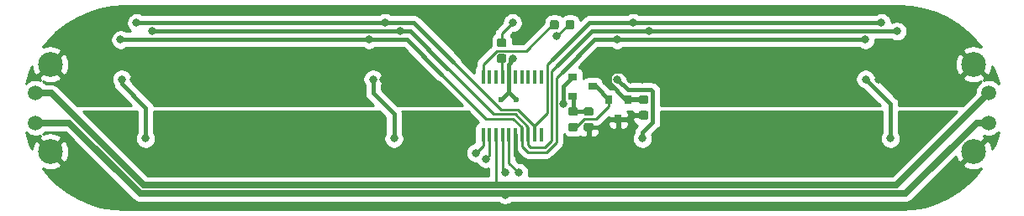
<source format=gbr>
G04 #@! TF.GenerationSoftware,KiCad,Pcbnew,(5.1.2)-2*
G04 #@! TF.CreationDate,2020-03-05T19:46:53-05:00*
G04 #@! TF.ProjectId,AddressableLED,41646472-6573-4736-9162-6c654c45442e,rev?*
G04 #@! TF.SameCoordinates,Original*
G04 #@! TF.FileFunction,Copper,L2,Bot*
G04 #@! TF.FilePolarity,Positive*
%FSLAX46Y46*%
G04 Gerber Fmt 4.6, Leading zero omitted, Abs format (unit mm)*
G04 Created by KiCad (PCBNEW (5.1.2)-2) date 2020-03-05 19:46:53*
%MOMM*%
%LPD*%
G04 APERTURE LIST*
%ADD10C,0.100000*%
%ADD11C,0.875000*%
%ADD12R,0.450000X1.450000*%
%ADD13C,1.500000*%
%ADD14C,2.500000*%
%ADD15R,0.900000X0.800000*%
%ADD16R,0.800000X0.900000*%
%ADD17C,0.800000*%
%ADD18C,0.600000*%
%ADD19C,0.450000*%
%ADD20C,0.250000*%
%ADD21C,0.650000*%
%ADD22C,0.254000*%
G04 APERTURE END LIST*
D10*
G36*
X139227691Y-102976053D02*
G01*
X139248926Y-102979203D01*
X139269750Y-102984419D01*
X139289962Y-102991651D01*
X139309368Y-103000830D01*
X139327781Y-103011866D01*
X139345024Y-103024654D01*
X139360930Y-103039070D01*
X139375346Y-103054976D01*
X139388134Y-103072219D01*
X139399170Y-103090632D01*
X139408349Y-103110038D01*
X139415581Y-103130250D01*
X139420797Y-103151074D01*
X139423947Y-103172309D01*
X139425000Y-103193750D01*
X139425000Y-103631250D01*
X139423947Y-103652691D01*
X139420797Y-103673926D01*
X139415581Y-103694750D01*
X139408349Y-103714962D01*
X139399170Y-103734368D01*
X139388134Y-103752781D01*
X139375346Y-103770024D01*
X139360930Y-103785930D01*
X139345024Y-103800346D01*
X139327781Y-103813134D01*
X139309368Y-103824170D01*
X139289962Y-103833349D01*
X139269750Y-103840581D01*
X139248926Y-103845797D01*
X139227691Y-103848947D01*
X139206250Y-103850000D01*
X138693750Y-103850000D01*
X138672309Y-103848947D01*
X138651074Y-103845797D01*
X138630250Y-103840581D01*
X138610038Y-103833349D01*
X138590632Y-103824170D01*
X138572219Y-103813134D01*
X138554976Y-103800346D01*
X138539070Y-103785930D01*
X138524654Y-103770024D01*
X138511866Y-103752781D01*
X138500830Y-103734368D01*
X138491651Y-103714962D01*
X138484419Y-103694750D01*
X138479203Y-103673926D01*
X138476053Y-103652691D01*
X138475000Y-103631250D01*
X138475000Y-103193750D01*
X138476053Y-103172309D01*
X138479203Y-103151074D01*
X138484419Y-103130250D01*
X138491651Y-103110038D01*
X138500830Y-103090632D01*
X138511866Y-103072219D01*
X138524654Y-103054976D01*
X138539070Y-103039070D01*
X138554976Y-103024654D01*
X138572219Y-103011866D01*
X138590632Y-103000830D01*
X138610038Y-102991651D01*
X138630250Y-102984419D01*
X138651074Y-102979203D01*
X138672309Y-102976053D01*
X138693750Y-102975000D01*
X139206250Y-102975000D01*
X139227691Y-102976053D01*
X139227691Y-102976053D01*
G37*
D11*
X138950000Y-103412500D03*
D10*
G36*
X139227691Y-104551053D02*
G01*
X139248926Y-104554203D01*
X139269750Y-104559419D01*
X139289962Y-104566651D01*
X139309368Y-104575830D01*
X139327781Y-104586866D01*
X139345024Y-104599654D01*
X139360930Y-104614070D01*
X139375346Y-104629976D01*
X139388134Y-104647219D01*
X139399170Y-104665632D01*
X139408349Y-104685038D01*
X139415581Y-104705250D01*
X139420797Y-104726074D01*
X139423947Y-104747309D01*
X139425000Y-104768750D01*
X139425000Y-105206250D01*
X139423947Y-105227691D01*
X139420797Y-105248926D01*
X139415581Y-105269750D01*
X139408349Y-105289962D01*
X139399170Y-105309368D01*
X139388134Y-105327781D01*
X139375346Y-105345024D01*
X139360930Y-105360930D01*
X139345024Y-105375346D01*
X139327781Y-105388134D01*
X139309368Y-105399170D01*
X139289962Y-105408349D01*
X139269750Y-105415581D01*
X139248926Y-105420797D01*
X139227691Y-105423947D01*
X139206250Y-105425000D01*
X138693750Y-105425000D01*
X138672309Y-105423947D01*
X138651074Y-105420797D01*
X138630250Y-105415581D01*
X138610038Y-105408349D01*
X138590632Y-105399170D01*
X138572219Y-105388134D01*
X138554976Y-105375346D01*
X138539070Y-105360930D01*
X138524654Y-105345024D01*
X138511866Y-105327781D01*
X138500830Y-105309368D01*
X138491651Y-105289962D01*
X138484419Y-105269750D01*
X138479203Y-105248926D01*
X138476053Y-105227691D01*
X138475000Y-105206250D01*
X138475000Y-104768750D01*
X138476053Y-104747309D01*
X138479203Y-104726074D01*
X138484419Y-104705250D01*
X138491651Y-104685038D01*
X138500830Y-104665632D01*
X138511866Y-104647219D01*
X138524654Y-104629976D01*
X138539070Y-104614070D01*
X138554976Y-104599654D01*
X138572219Y-104586866D01*
X138590632Y-104575830D01*
X138610038Y-104566651D01*
X138630250Y-104559419D01*
X138651074Y-104554203D01*
X138672309Y-104551053D01*
X138693750Y-104550000D01*
X139206250Y-104550000D01*
X139227691Y-104551053D01*
X139227691Y-104551053D01*
G37*
D11*
X138950000Y-104987500D03*
D10*
G36*
X146077691Y-101126053D02*
G01*
X146098926Y-101129203D01*
X146119750Y-101134419D01*
X146139962Y-101141651D01*
X146159368Y-101150830D01*
X146177781Y-101161866D01*
X146195024Y-101174654D01*
X146210930Y-101189070D01*
X146225346Y-101204976D01*
X146238134Y-101222219D01*
X146249170Y-101240632D01*
X146258349Y-101260038D01*
X146265581Y-101280250D01*
X146270797Y-101301074D01*
X146273947Y-101322309D01*
X146275000Y-101343750D01*
X146275000Y-101856250D01*
X146273947Y-101877691D01*
X146270797Y-101898926D01*
X146265581Y-101919750D01*
X146258349Y-101939962D01*
X146249170Y-101959368D01*
X146238134Y-101977781D01*
X146225346Y-101995024D01*
X146210930Y-102010930D01*
X146195024Y-102025346D01*
X146177781Y-102038134D01*
X146159368Y-102049170D01*
X146139962Y-102058349D01*
X146119750Y-102065581D01*
X146098926Y-102070797D01*
X146077691Y-102073947D01*
X146056250Y-102075000D01*
X145618750Y-102075000D01*
X145597309Y-102073947D01*
X145576074Y-102070797D01*
X145555250Y-102065581D01*
X145535038Y-102058349D01*
X145515632Y-102049170D01*
X145497219Y-102038134D01*
X145479976Y-102025346D01*
X145464070Y-102010930D01*
X145449654Y-101995024D01*
X145436866Y-101977781D01*
X145425830Y-101959368D01*
X145416651Y-101939962D01*
X145409419Y-101919750D01*
X145404203Y-101898926D01*
X145401053Y-101877691D01*
X145400000Y-101856250D01*
X145400000Y-101343750D01*
X145401053Y-101322309D01*
X145404203Y-101301074D01*
X145409419Y-101280250D01*
X145416651Y-101260038D01*
X145425830Y-101240632D01*
X145436866Y-101222219D01*
X145449654Y-101204976D01*
X145464070Y-101189070D01*
X145479976Y-101174654D01*
X145497219Y-101161866D01*
X145515632Y-101150830D01*
X145535038Y-101141651D01*
X145555250Y-101134419D01*
X145576074Y-101129203D01*
X145597309Y-101126053D01*
X145618750Y-101125000D01*
X146056250Y-101125000D01*
X146077691Y-101126053D01*
X146077691Y-101126053D01*
G37*
D11*
X145837500Y-101600000D03*
D10*
G36*
X144502691Y-101126053D02*
G01*
X144523926Y-101129203D01*
X144544750Y-101134419D01*
X144564962Y-101141651D01*
X144584368Y-101150830D01*
X144602781Y-101161866D01*
X144620024Y-101174654D01*
X144635930Y-101189070D01*
X144650346Y-101204976D01*
X144663134Y-101222219D01*
X144674170Y-101240632D01*
X144683349Y-101260038D01*
X144690581Y-101280250D01*
X144695797Y-101301074D01*
X144698947Y-101322309D01*
X144700000Y-101343750D01*
X144700000Y-101856250D01*
X144698947Y-101877691D01*
X144695797Y-101898926D01*
X144690581Y-101919750D01*
X144683349Y-101939962D01*
X144674170Y-101959368D01*
X144663134Y-101977781D01*
X144650346Y-101995024D01*
X144635930Y-102010930D01*
X144620024Y-102025346D01*
X144602781Y-102038134D01*
X144584368Y-102049170D01*
X144564962Y-102058349D01*
X144544750Y-102065581D01*
X144523926Y-102070797D01*
X144502691Y-102073947D01*
X144481250Y-102075000D01*
X144043750Y-102075000D01*
X144022309Y-102073947D01*
X144001074Y-102070797D01*
X143980250Y-102065581D01*
X143960038Y-102058349D01*
X143940632Y-102049170D01*
X143922219Y-102038134D01*
X143904976Y-102025346D01*
X143889070Y-102010930D01*
X143874654Y-101995024D01*
X143861866Y-101977781D01*
X143850830Y-101959368D01*
X143841651Y-101939962D01*
X143834419Y-101919750D01*
X143829203Y-101898926D01*
X143826053Y-101877691D01*
X143825000Y-101856250D01*
X143825000Y-101343750D01*
X143826053Y-101322309D01*
X143829203Y-101301074D01*
X143834419Y-101280250D01*
X143841651Y-101260038D01*
X143850830Y-101240632D01*
X143861866Y-101222219D01*
X143874654Y-101204976D01*
X143889070Y-101189070D01*
X143904976Y-101174654D01*
X143922219Y-101161866D01*
X143940632Y-101150830D01*
X143960038Y-101141651D01*
X143980250Y-101134419D01*
X144001074Y-101129203D01*
X144022309Y-101126053D01*
X144043750Y-101125000D01*
X144481250Y-101125000D01*
X144502691Y-101126053D01*
X144502691Y-101126053D01*
G37*
D11*
X144262500Y-101600000D03*
D12*
X137075000Y-112750000D03*
X137725000Y-112750000D03*
X138375000Y-112750000D03*
X139025000Y-112750000D03*
X139675000Y-112750000D03*
X140325000Y-112750000D03*
X140975000Y-112750000D03*
X141625000Y-112750000D03*
X142275000Y-112750000D03*
X142925000Y-112750000D03*
X142925000Y-106850000D03*
X142275000Y-106850000D03*
X141625000Y-106850000D03*
X140975000Y-106850000D03*
X140325000Y-106850000D03*
X139675000Y-106850000D03*
X139025000Y-106850000D03*
X138375000Y-106850000D03*
X137725000Y-106850000D03*
X137075000Y-106850000D03*
D13*
X188000000Y-108500000D03*
D14*
X186500000Y-105600000D03*
D13*
X188000000Y-111500000D03*
D14*
X186500000Y-114400000D03*
D13*
X92000000Y-111500000D03*
D14*
X93500000Y-114400000D03*
D13*
X92000000Y-108500000D03*
D14*
X93500000Y-105600000D03*
D10*
G36*
X146427691Y-111501053D02*
G01*
X146448926Y-111504203D01*
X146469750Y-111509419D01*
X146489962Y-111516651D01*
X146509368Y-111525830D01*
X146527781Y-111536866D01*
X146545024Y-111549654D01*
X146560930Y-111564070D01*
X146575346Y-111579976D01*
X146588134Y-111597219D01*
X146599170Y-111615632D01*
X146608349Y-111635038D01*
X146615581Y-111655250D01*
X146620797Y-111676074D01*
X146623947Y-111697309D01*
X146625000Y-111718750D01*
X146625000Y-112156250D01*
X146623947Y-112177691D01*
X146620797Y-112198926D01*
X146615581Y-112219750D01*
X146608349Y-112239962D01*
X146599170Y-112259368D01*
X146588134Y-112277781D01*
X146575346Y-112295024D01*
X146560930Y-112310930D01*
X146545024Y-112325346D01*
X146527781Y-112338134D01*
X146509368Y-112349170D01*
X146489962Y-112358349D01*
X146469750Y-112365581D01*
X146448926Y-112370797D01*
X146427691Y-112373947D01*
X146406250Y-112375000D01*
X145893750Y-112375000D01*
X145872309Y-112373947D01*
X145851074Y-112370797D01*
X145830250Y-112365581D01*
X145810038Y-112358349D01*
X145790632Y-112349170D01*
X145772219Y-112338134D01*
X145754976Y-112325346D01*
X145739070Y-112310930D01*
X145724654Y-112295024D01*
X145711866Y-112277781D01*
X145700830Y-112259368D01*
X145691651Y-112239962D01*
X145684419Y-112219750D01*
X145679203Y-112198926D01*
X145676053Y-112177691D01*
X145675000Y-112156250D01*
X145675000Y-111718750D01*
X145676053Y-111697309D01*
X145679203Y-111676074D01*
X145684419Y-111655250D01*
X145691651Y-111635038D01*
X145700830Y-111615632D01*
X145711866Y-111597219D01*
X145724654Y-111579976D01*
X145739070Y-111564070D01*
X145754976Y-111549654D01*
X145772219Y-111536866D01*
X145790632Y-111525830D01*
X145810038Y-111516651D01*
X145830250Y-111509419D01*
X145851074Y-111504203D01*
X145872309Y-111501053D01*
X145893750Y-111500000D01*
X146406250Y-111500000D01*
X146427691Y-111501053D01*
X146427691Y-111501053D01*
G37*
D11*
X146150000Y-111937500D03*
D10*
G36*
X146427691Y-109926053D02*
G01*
X146448926Y-109929203D01*
X146469750Y-109934419D01*
X146489962Y-109941651D01*
X146509368Y-109950830D01*
X146527781Y-109961866D01*
X146545024Y-109974654D01*
X146560930Y-109989070D01*
X146575346Y-110004976D01*
X146588134Y-110022219D01*
X146599170Y-110040632D01*
X146608349Y-110060038D01*
X146615581Y-110080250D01*
X146620797Y-110101074D01*
X146623947Y-110122309D01*
X146625000Y-110143750D01*
X146625000Y-110581250D01*
X146623947Y-110602691D01*
X146620797Y-110623926D01*
X146615581Y-110644750D01*
X146608349Y-110664962D01*
X146599170Y-110684368D01*
X146588134Y-110702781D01*
X146575346Y-110720024D01*
X146560930Y-110735930D01*
X146545024Y-110750346D01*
X146527781Y-110763134D01*
X146509368Y-110774170D01*
X146489962Y-110783349D01*
X146469750Y-110790581D01*
X146448926Y-110795797D01*
X146427691Y-110798947D01*
X146406250Y-110800000D01*
X145893750Y-110800000D01*
X145872309Y-110798947D01*
X145851074Y-110795797D01*
X145830250Y-110790581D01*
X145810038Y-110783349D01*
X145790632Y-110774170D01*
X145772219Y-110763134D01*
X145754976Y-110750346D01*
X145739070Y-110735930D01*
X145724654Y-110720024D01*
X145711866Y-110702781D01*
X145700830Y-110684368D01*
X145691651Y-110664962D01*
X145684419Y-110644750D01*
X145679203Y-110623926D01*
X145676053Y-110602691D01*
X145675000Y-110581250D01*
X145675000Y-110143750D01*
X145676053Y-110122309D01*
X145679203Y-110101074D01*
X145684419Y-110080250D01*
X145691651Y-110060038D01*
X145700830Y-110040632D01*
X145711866Y-110022219D01*
X145724654Y-110004976D01*
X145739070Y-109989070D01*
X145754976Y-109974654D01*
X145772219Y-109961866D01*
X145790632Y-109950830D01*
X145810038Y-109941651D01*
X145830250Y-109934419D01*
X145851074Y-109929203D01*
X145872309Y-109926053D01*
X145893750Y-109925000D01*
X146406250Y-109925000D01*
X146427691Y-109926053D01*
X146427691Y-109926053D01*
G37*
D11*
X146150000Y-110362500D03*
D15*
X148100000Y-107850000D03*
X146100000Y-106900000D03*
X146100000Y-108800000D03*
D16*
X150700000Y-111150000D03*
X151650000Y-109150000D03*
X149750000Y-109150000D03*
D10*
G36*
X147977691Y-111501053D02*
G01*
X147998926Y-111504203D01*
X148019750Y-111509419D01*
X148039962Y-111516651D01*
X148059368Y-111525830D01*
X148077781Y-111536866D01*
X148095024Y-111549654D01*
X148110930Y-111564070D01*
X148125346Y-111579976D01*
X148138134Y-111597219D01*
X148149170Y-111615632D01*
X148158349Y-111635038D01*
X148165581Y-111655250D01*
X148170797Y-111676074D01*
X148173947Y-111697309D01*
X148175000Y-111718750D01*
X148175000Y-112156250D01*
X148173947Y-112177691D01*
X148170797Y-112198926D01*
X148165581Y-112219750D01*
X148158349Y-112239962D01*
X148149170Y-112259368D01*
X148138134Y-112277781D01*
X148125346Y-112295024D01*
X148110930Y-112310930D01*
X148095024Y-112325346D01*
X148077781Y-112338134D01*
X148059368Y-112349170D01*
X148039962Y-112358349D01*
X148019750Y-112365581D01*
X147998926Y-112370797D01*
X147977691Y-112373947D01*
X147956250Y-112375000D01*
X147443750Y-112375000D01*
X147422309Y-112373947D01*
X147401074Y-112370797D01*
X147380250Y-112365581D01*
X147360038Y-112358349D01*
X147340632Y-112349170D01*
X147322219Y-112338134D01*
X147304976Y-112325346D01*
X147289070Y-112310930D01*
X147274654Y-112295024D01*
X147261866Y-112277781D01*
X147250830Y-112259368D01*
X147241651Y-112239962D01*
X147234419Y-112219750D01*
X147229203Y-112198926D01*
X147226053Y-112177691D01*
X147225000Y-112156250D01*
X147225000Y-111718750D01*
X147226053Y-111697309D01*
X147229203Y-111676074D01*
X147234419Y-111655250D01*
X147241651Y-111635038D01*
X147250830Y-111615632D01*
X147261866Y-111597219D01*
X147274654Y-111579976D01*
X147289070Y-111564070D01*
X147304976Y-111549654D01*
X147322219Y-111536866D01*
X147340632Y-111525830D01*
X147360038Y-111516651D01*
X147380250Y-111509419D01*
X147401074Y-111504203D01*
X147422309Y-111501053D01*
X147443750Y-111500000D01*
X147956250Y-111500000D01*
X147977691Y-111501053D01*
X147977691Y-111501053D01*
G37*
D11*
X147700000Y-111937500D03*
D10*
G36*
X147977691Y-109926053D02*
G01*
X147998926Y-109929203D01*
X148019750Y-109934419D01*
X148039962Y-109941651D01*
X148059368Y-109950830D01*
X148077781Y-109961866D01*
X148095024Y-109974654D01*
X148110930Y-109989070D01*
X148125346Y-110004976D01*
X148138134Y-110022219D01*
X148149170Y-110040632D01*
X148158349Y-110060038D01*
X148165581Y-110080250D01*
X148170797Y-110101074D01*
X148173947Y-110122309D01*
X148175000Y-110143750D01*
X148175000Y-110581250D01*
X148173947Y-110602691D01*
X148170797Y-110623926D01*
X148165581Y-110644750D01*
X148158349Y-110664962D01*
X148149170Y-110684368D01*
X148138134Y-110702781D01*
X148125346Y-110720024D01*
X148110930Y-110735930D01*
X148095024Y-110750346D01*
X148077781Y-110763134D01*
X148059368Y-110774170D01*
X148039962Y-110783349D01*
X148019750Y-110790581D01*
X147998926Y-110795797D01*
X147977691Y-110798947D01*
X147956250Y-110800000D01*
X147443750Y-110800000D01*
X147422309Y-110798947D01*
X147401074Y-110795797D01*
X147380250Y-110790581D01*
X147360038Y-110783349D01*
X147340632Y-110774170D01*
X147322219Y-110763134D01*
X147304976Y-110750346D01*
X147289070Y-110735930D01*
X147274654Y-110720024D01*
X147261866Y-110702781D01*
X147250830Y-110684368D01*
X147241651Y-110664962D01*
X147234419Y-110644750D01*
X147229203Y-110623926D01*
X147226053Y-110602691D01*
X147225000Y-110581250D01*
X147225000Y-110143750D01*
X147226053Y-110122309D01*
X147229203Y-110101074D01*
X147234419Y-110080250D01*
X147241651Y-110060038D01*
X147250830Y-110040632D01*
X147261866Y-110022219D01*
X147274654Y-110004976D01*
X147289070Y-109989070D01*
X147304976Y-109974654D01*
X147322219Y-109961866D01*
X147340632Y-109950830D01*
X147360038Y-109941651D01*
X147380250Y-109934419D01*
X147401074Y-109929203D01*
X147422309Y-109926053D01*
X147443750Y-109925000D01*
X147956250Y-109925000D01*
X147977691Y-109926053D01*
X147977691Y-109926053D01*
G37*
D11*
X147700000Y-110362500D03*
D10*
G36*
X153527691Y-110301053D02*
G01*
X153548926Y-110304203D01*
X153569750Y-110309419D01*
X153589962Y-110316651D01*
X153609368Y-110325830D01*
X153627781Y-110336866D01*
X153645024Y-110349654D01*
X153660930Y-110364070D01*
X153675346Y-110379976D01*
X153688134Y-110397219D01*
X153699170Y-110415632D01*
X153708349Y-110435038D01*
X153715581Y-110455250D01*
X153720797Y-110476074D01*
X153723947Y-110497309D01*
X153725000Y-110518750D01*
X153725000Y-110956250D01*
X153723947Y-110977691D01*
X153720797Y-110998926D01*
X153715581Y-111019750D01*
X153708349Y-111039962D01*
X153699170Y-111059368D01*
X153688134Y-111077781D01*
X153675346Y-111095024D01*
X153660930Y-111110930D01*
X153645024Y-111125346D01*
X153627781Y-111138134D01*
X153609368Y-111149170D01*
X153589962Y-111158349D01*
X153569750Y-111165581D01*
X153548926Y-111170797D01*
X153527691Y-111173947D01*
X153506250Y-111175000D01*
X152993750Y-111175000D01*
X152972309Y-111173947D01*
X152951074Y-111170797D01*
X152930250Y-111165581D01*
X152910038Y-111158349D01*
X152890632Y-111149170D01*
X152872219Y-111138134D01*
X152854976Y-111125346D01*
X152839070Y-111110930D01*
X152824654Y-111095024D01*
X152811866Y-111077781D01*
X152800830Y-111059368D01*
X152791651Y-111039962D01*
X152784419Y-111019750D01*
X152779203Y-110998926D01*
X152776053Y-110977691D01*
X152775000Y-110956250D01*
X152775000Y-110518750D01*
X152776053Y-110497309D01*
X152779203Y-110476074D01*
X152784419Y-110455250D01*
X152791651Y-110435038D01*
X152800830Y-110415632D01*
X152811866Y-110397219D01*
X152824654Y-110379976D01*
X152839070Y-110364070D01*
X152854976Y-110349654D01*
X152872219Y-110336866D01*
X152890632Y-110325830D01*
X152910038Y-110316651D01*
X152930250Y-110309419D01*
X152951074Y-110304203D01*
X152972309Y-110301053D01*
X152993750Y-110300000D01*
X153506250Y-110300000D01*
X153527691Y-110301053D01*
X153527691Y-110301053D01*
G37*
D11*
X153250000Y-110737500D03*
D10*
G36*
X153527691Y-108726053D02*
G01*
X153548926Y-108729203D01*
X153569750Y-108734419D01*
X153589962Y-108741651D01*
X153609368Y-108750830D01*
X153627781Y-108761866D01*
X153645024Y-108774654D01*
X153660930Y-108789070D01*
X153675346Y-108804976D01*
X153688134Y-108822219D01*
X153699170Y-108840632D01*
X153708349Y-108860038D01*
X153715581Y-108880250D01*
X153720797Y-108901074D01*
X153723947Y-108922309D01*
X153725000Y-108943750D01*
X153725000Y-109381250D01*
X153723947Y-109402691D01*
X153720797Y-109423926D01*
X153715581Y-109444750D01*
X153708349Y-109464962D01*
X153699170Y-109484368D01*
X153688134Y-109502781D01*
X153675346Y-109520024D01*
X153660930Y-109535930D01*
X153645024Y-109550346D01*
X153627781Y-109563134D01*
X153609368Y-109574170D01*
X153589962Y-109583349D01*
X153569750Y-109590581D01*
X153548926Y-109595797D01*
X153527691Y-109598947D01*
X153506250Y-109600000D01*
X152993750Y-109600000D01*
X152972309Y-109598947D01*
X152951074Y-109595797D01*
X152930250Y-109590581D01*
X152910038Y-109583349D01*
X152890632Y-109574170D01*
X152872219Y-109563134D01*
X152854976Y-109550346D01*
X152839070Y-109535930D01*
X152824654Y-109520024D01*
X152811866Y-109502781D01*
X152800830Y-109484368D01*
X152791651Y-109464962D01*
X152784419Y-109444750D01*
X152779203Y-109423926D01*
X152776053Y-109402691D01*
X152775000Y-109381250D01*
X152775000Y-108943750D01*
X152776053Y-108922309D01*
X152779203Y-108901074D01*
X152784419Y-108880250D01*
X152791651Y-108860038D01*
X152800830Y-108840632D01*
X152811866Y-108822219D01*
X152824654Y-108804976D01*
X152839070Y-108789070D01*
X152854976Y-108774654D01*
X152872219Y-108761866D01*
X152890632Y-108750830D01*
X152910038Y-108741651D01*
X152930250Y-108734419D01*
X152951074Y-108729203D01*
X152972309Y-108726053D01*
X152993750Y-108725000D01*
X153506250Y-108725000D01*
X153527691Y-108726053D01*
X153527691Y-108726053D01*
G37*
D11*
X153250000Y-109162500D03*
D17*
X175600000Y-107100000D03*
X178100000Y-113100000D03*
D18*
X111250000Y-115350000D03*
X112250000Y-115350000D03*
X113250000Y-115350000D03*
X114250000Y-115350000D03*
X115250000Y-115350000D03*
X117250000Y-115350000D03*
X119250000Y-115350000D03*
X118250000Y-115350000D03*
X116250000Y-115350000D03*
X117250000Y-111350000D03*
X112250000Y-111350000D03*
X111250000Y-111350000D03*
X118250000Y-111350000D03*
X116250000Y-111350000D03*
X113250000Y-111350000D03*
X114250000Y-111350000D03*
X115250000Y-111350000D03*
X119250000Y-111350000D03*
X113250000Y-112350000D03*
X118250000Y-112350000D03*
X113250000Y-113350000D03*
X114250000Y-112350000D03*
X111250000Y-112350000D03*
X112250000Y-113350000D03*
X114250000Y-113350000D03*
X115250000Y-113350000D03*
X116250000Y-112350000D03*
X117250000Y-112350000D03*
X115250000Y-112350000D03*
X116250000Y-113350000D03*
X119250000Y-112350000D03*
X111250000Y-113350000D03*
X117250000Y-113350000D03*
X118250000Y-113350000D03*
X119250000Y-113350000D03*
X112250000Y-112350000D03*
X116250000Y-114350000D03*
X118250000Y-114350000D03*
X117250000Y-114350000D03*
X112250000Y-114350000D03*
X115250000Y-114350000D03*
X113250000Y-114350000D03*
X114250000Y-114350000D03*
X111250000Y-114350000D03*
X119250000Y-114350000D03*
X161450000Y-111350000D03*
X162450000Y-111350000D03*
X163450000Y-111350000D03*
X164450000Y-111350000D03*
X165450000Y-111350000D03*
X166450000Y-111350000D03*
X167450000Y-111350000D03*
X168450000Y-111350000D03*
X169450000Y-111350000D03*
X161450000Y-112350000D03*
X162450000Y-112350000D03*
X163450000Y-112350000D03*
X164450000Y-112350000D03*
X165450000Y-112350000D03*
X166450000Y-112350000D03*
X167450000Y-112350000D03*
X168450000Y-112350000D03*
X169450000Y-112350000D03*
X161450000Y-113350000D03*
X162450000Y-113350000D03*
X163450000Y-113350000D03*
X164450000Y-113350000D03*
X165450000Y-113350000D03*
X166450000Y-113350000D03*
X167450000Y-113350000D03*
X168450000Y-113350000D03*
X169450000Y-113350000D03*
X161450000Y-114350000D03*
X162450000Y-114350000D03*
X163450000Y-114350000D03*
X164450000Y-114350000D03*
X165450000Y-114350000D03*
X166450000Y-114350000D03*
X167450000Y-114350000D03*
X168450000Y-114350000D03*
X169450000Y-114350000D03*
X161450000Y-115350000D03*
X162450000Y-115350000D03*
X163450000Y-115350000D03*
X164450000Y-115350000D03*
X165450000Y-115350000D03*
X166450000Y-115350000D03*
X167450000Y-115350000D03*
X168450000Y-115350000D03*
X169450000Y-115350000D03*
D17*
X144450000Y-102700000D03*
X151900000Y-107100000D03*
X153100000Y-107100000D03*
X154200000Y-107100000D03*
X176900000Y-107100000D03*
X178100000Y-107100000D03*
X179200000Y-107100000D03*
X127000000Y-107100000D03*
X128100000Y-107100000D03*
X104200000Y-107100000D03*
X103100000Y-107100000D03*
X101900000Y-107100000D03*
X150600000Y-107100000D03*
X153122800Y-113100000D03*
X126000000Y-107100000D03*
X128100000Y-113100000D03*
X100700000Y-107100000D03*
X103100000Y-113100000D03*
X140650000Y-116550000D03*
D18*
X140450000Y-109200000D03*
D17*
X140050000Y-105000000D03*
D18*
X138861948Y-109200000D03*
D17*
X145175021Y-109566603D03*
X139300000Y-116550000D03*
X139300000Y-118800002D03*
X136350000Y-114550000D03*
X137350000Y-115150000D03*
X140050000Y-101400000D03*
X153763900Y-102250000D03*
X178763900Y-102250000D03*
X103763900Y-102250000D03*
X128763900Y-102250000D03*
X150576200Y-103100000D03*
X175576200Y-103100000D03*
X100576200Y-103100000D03*
X125576200Y-103100000D03*
X152189100Y-101400000D03*
X177189100Y-101400000D03*
X102189100Y-101400000D03*
X127189100Y-101400000D03*
D19*
X178100000Y-109600000D02*
X175600000Y-107100000D01*
X178100000Y-113100000D02*
X178100000Y-109600000D01*
D20*
X144537500Y-102700000D02*
X145837500Y-101400000D01*
X144450000Y-102700000D02*
X144537500Y-102700000D01*
D19*
X140325000Y-112750000D02*
X140325000Y-114725000D01*
X140325000Y-114725000D02*
X140800000Y-115200000D01*
X153237500Y-109150000D02*
X153250000Y-109162500D01*
X151650000Y-109150000D02*
X153237500Y-109150000D01*
X151500001Y-106700001D02*
X151900000Y-107100000D01*
X150203999Y-106274999D02*
X151074999Y-106274999D01*
X149774999Y-106703999D02*
X150203999Y-106274999D01*
X151074999Y-106274999D02*
X151500001Y-106700001D01*
X149774999Y-107496001D02*
X149774999Y-106703999D01*
X151441498Y-109162500D02*
X149774999Y-107496001D01*
X153250000Y-109162500D02*
X151441498Y-109162500D01*
X151650000Y-108150000D02*
X150600000Y-107100000D01*
X153100000Y-113077200D02*
X153100000Y-112500000D01*
X154150010Y-111449990D02*
X154150010Y-108300010D01*
X153122800Y-113100000D02*
X153100000Y-113077200D01*
X153100000Y-112500000D02*
X154150010Y-111449990D01*
X154150010Y-108300010D02*
X154000000Y-108150000D01*
X154000000Y-108150000D02*
X151650000Y-108150000D01*
X128100000Y-110600000D02*
X128100000Y-113100000D01*
X126000000Y-107100000D02*
X126000000Y-108500000D01*
X126000000Y-108500000D02*
X128100000Y-110600000D01*
X103100000Y-110000000D02*
X103100000Y-113000000D01*
X100700000Y-107100000D02*
X100700000Y-107600000D01*
X100700000Y-107600000D02*
X103100000Y-110000000D01*
X139850010Y-105199990D02*
X140050000Y-105000000D01*
X139850010Y-105472906D02*
X139850010Y-105199990D01*
X139675000Y-106850000D02*
X139675000Y-105647916D01*
X139675000Y-105647916D02*
X139850010Y-105472906D01*
X146100000Y-106900000D02*
X146050000Y-106900000D01*
X145175021Y-109000918D02*
X145175021Y-109566603D01*
X146050000Y-106900000D02*
X145175021Y-107774979D01*
X145175021Y-107774979D02*
X145175021Y-109000918D01*
X140450000Y-109200000D02*
X139675000Y-108425000D01*
X139675001Y-108025001D02*
X139675000Y-108025000D01*
X139675001Y-108374999D02*
X139675001Y-108025001D01*
X138861948Y-109188052D02*
X139675001Y-108374999D01*
X139675000Y-108425000D02*
X139675000Y-108025000D01*
X139675000Y-108025000D02*
X139675000Y-106850000D01*
D20*
X139675000Y-115575000D02*
X139675000Y-112750000D01*
X140650000Y-116550000D02*
X139675000Y-115575000D01*
D21*
X186939340Y-111500000D02*
X188000000Y-111500000D01*
X186772998Y-111500000D02*
X186939340Y-111500000D01*
X179622978Y-118650020D02*
X186772998Y-111500000D01*
X102547925Y-118650020D02*
X179622978Y-118650020D01*
X92000000Y-111500000D02*
X95397905Y-111500000D01*
X95397905Y-111500000D02*
X102547925Y-118650020D01*
D20*
X139025000Y-116275000D02*
X139300000Y-116550000D01*
X139025000Y-112750000D02*
X139025000Y-116275000D01*
D21*
X92000000Y-108500000D02*
X93600000Y-108500000D01*
X93600000Y-108500000D02*
X102900010Y-117800010D01*
D20*
X138375000Y-117775000D02*
X138349990Y-117800010D01*
X138375000Y-112750000D02*
X138375000Y-117775000D01*
D21*
X102900010Y-117800010D02*
X138349990Y-117800010D01*
X138349990Y-117800010D02*
X138375001Y-117774999D01*
X178699990Y-117800010D02*
X188000000Y-108500000D01*
X138400000Y-117800000D02*
X138400010Y-117800010D01*
X138400010Y-117800010D02*
X178699990Y-117800010D01*
D20*
X138950000Y-106775000D02*
X139025000Y-106850000D01*
X138950000Y-104987500D02*
X138950000Y-106775000D01*
D19*
X146150000Y-108850000D02*
X146100000Y-108800000D01*
X146150000Y-110362500D02*
X146150000Y-108850000D01*
X147700000Y-110362500D02*
X146150000Y-110362500D01*
X148450000Y-107850000D02*
X149750000Y-109150000D01*
X148100000Y-107850000D02*
X148450000Y-107850000D01*
D20*
X149750000Y-109850000D02*
X149750000Y-109150000D01*
X148474990Y-111125010D02*
X149750000Y-109850000D01*
X147268496Y-111125010D02*
X148474990Y-111125010D01*
X146456006Y-111937500D02*
X147268496Y-111125010D01*
X146150000Y-111937500D02*
X146456006Y-111937500D01*
X137075000Y-113825000D02*
X136350000Y-114550000D01*
X137075000Y-112750000D02*
X137075000Y-113825000D01*
X137725000Y-113725000D02*
X137725000Y-112750000D01*
X137350000Y-115150000D02*
X137725000Y-114775000D01*
X137725000Y-114775000D02*
X137725000Y-113725000D01*
X141437510Y-104224990D02*
X144262500Y-101400000D01*
X138468516Y-104224990D02*
X141437510Y-104224990D01*
X137075000Y-106850000D02*
X137075000Y-105618506D01*
X137075000Y-105618506D02*
X138468516Y-104224990D01*
X138950000Y-102500000D02*
X140050000Y-101400000D01*
X138950000Y-103412500D02*
X138950000Y-102500000D01*
X138149990Y-110649990D02*
X133400000Y-105900000D01*
X140299990Y-110649990D02*
X138149990Y-110649990D01*
X141625000Y-112750000D02*
X141625000Y-111975000D01*
X141625000Y-111975000D02*
X140299990Y-110649990D01*
D19*
X129750000Y-102250000D02*
X133500000Y-106000000D01*
D20*
X141625000Y-112750000D02*
X141625000Y-113775000D01*
X141850000Y-114000000D02*
X143313590Y-114000000D01*
X143313590Y-114000000D02*
X144000000Y-113313590D01*
X144000000Y-113313590D02*
X144000000Y-106250000D01*
X141625000Y-113775000D02*
X141850000Y-114000000D01*
X144000000Y-106250000D02*
X144550000Y-105700000D01*
D19*
X148000000Y-102250000D02*
X178763900Y-102250000D01*
X144550000Y-105700000D02*
X148000000Y-102250000D01*
X178763900Y-102250000D02*
X178763900Y-102250000D01*
X103800000Y-102250000D02*
X128700000Y-102250000D01*
X128700000Y-102250000D02*
X129750000Y-102250000D01*
X129400000Y-103100000D02*
X125600000Y-103100000D01*
X132900000Y-106600000D02*
X129400000Y-103100000D01*
D20*
X137400000Y-111100000D02*
X132900000Y-106600000D01*
X140113590Y-111100000D02*
X137400000Y-111100000D01*
X140975000Y-112750000D02*
X140975000Y-111961410D01*
X140975000Y-111961410D02*
X140113590Y-111100000D01*
X140975000Y-113875000D02*
X141600000Y-114500000D01*
X140975000Y-112750000D02*
X140975000Y-113875000D01*
X143450000Y-114500000D02*
X144450011Y-113499989D01*
X144450011Y-113499989D02*
X144450011Y-106949989D01*
X141600000Y-114500000D02*
X143450000Y-114500000D01*
X144450011Y-106949989D02*
X145050000Y-106350000D01*
D19*
X148300000Y-103100000D02*
X152200000Y-103100000D01*
X145050000Y-106350000D02*
X148300000Y-103100000D01*
X152200000Y-103100000D02*
X175550000Y-103100000D01*
X125600000Y-103100000D02*
X100650000Y-103100000D01*
D20*
X134000000Y-105310002D02*
X134000000Y-105300000D01*
X138889978Y-110199980D02*
X134000000Y-105310002D01*
X140609982Y-110199980D02*
X138889978Y-110199980D01*
X142175001Y-111764999D02*
X140609982Y-110199980D01*
X142275000Y-112750000D02*
X142175001Y-112750000D01*
X142175001Y-112750000D02*
X142175001Y-111764999D01*
D19*
X130100000Y-101400000D02*
X134100000Y-105400000D01*
D20*
X143549990Y-105650010D02*
X144100000Y-105100000D01*
X143549990Y-110500010D02*
X143549990Y-105650010D01*
X142275000Y-112750000D02*
X142275000Y-111775000D01*
X142275000Y-111775000D02*
X143549990Y-110500010D01*
D19*
X147800000Y-101400000D02*
X144100000Y-105100000D01*
X152200000Y-101400000D02*
X147800000Y-101400000D01*
X177200000Y-101400000D02*
X152200000Y-101400000D01*
X102050000Y-101400000D02*
X126900000Y-101400000D01*
X126900000Y-101400000D02*
X130100000Y-101400000D01*
D22*
G36*
X180236054Y-99785806D02*
G01*
X181454199Y-100008279D01*
X182636800Y-100375487D01*
X183766717Y-100882108D01*
X184827594Y-101520807D01*
X185804048Y-102282324D01*
X186681943Y-103155635D01*
X187238770Y-103861968D01*
X187175874Y-103830567D01*
X186817688Y-103732710D01*
X186447294Y-103706611D01*
X186078925Y-103753275D01*
X185726738Y-103870906D01*
X185491914Y-103996423D01*
X185366000Y-104286395D01*
X186500000Y-105420395D01*
X186514143Y-105406253D01*
X186693748Y-105585858D01*
X186679605Y-105600000D01*
X187813605Y-106734000D01*
X188103577Y-106608086D01*
X188269433Y-106275874D01*
X188367290Y-105917688D01*
X188375123Y-105806521D01*
X188605337Y-106312850D01*
X188978733Y-107493518D01*
X188984877Y-107526192D01*
X188882886Y-107424201D01*
X188656043Y-107272629D01*
X188403989Y-107168225D01*
X188136411Y-107115000D01*
X187863589Y-107115000D01*
X187596011Y-107168225D01*
X187499211Y-107208321D01*
X187508086Y-107203577D01*
X187634000Y-106913605D01*
X186500000Y-105779605D01*
X185366000Y-106913605D01*
X185491914Y-107203577D01*
X185824126Y-107369433D01*
X186182312Y-107467290D01*
X186552706Y-107493389D01*
X186921075Y-107446725D01*
X187245648Y-107338317D01*
X187117114Y-107424201D01*
X186924201Y-107617114D01*
X186772629Y-107843957D01*
X186668225Y-108096011D01*
X186615000Y-108363589D01*
X186615000Y-108527355D01*
X185369355Y-109773000D01*
X178960000Y-109773000D01*
X178960000Y-109642239D01*
X178964160Y-109600000D01*
X178960000Y-109557761D01*
X178960000Y-109557754D01*
X178947556Y-109431411D01*
X178944629Y-109421760D01*
X178925636Y-109359149D01*
X178898381Y-109269300D01*
X178818524Y-109119898D01*
X178749260Y-109035500D01*
X178737984Y-109021760D01*
X178737983Y-109021759D01*
X178711054Y-108988946D01*
X178678241Y-108962017D01*
X176615314Y-106899091D01*
X176595226Y-106798102D01*
X176517205Y-106609744D01*
X176403937Y-106440226D01*
X176259774Y-106296063D01*
X176090256Y-106182795D01*
X175901898Y-106104774D01*
X175701939Y-106065000D01*
X175498061Y-106065000D01*
X175298102Y-106104774D01*
X175109744Y-106182795D01*
X174940226Y-106296063D01*
X174796063Y-106440226D01*
X174682795Y-106609744D01*
X174604774Y-106798102D01*
X174565000Y-106998061D01*
X174565000Y-107201939D01*
X174604774Y-107401898D01*
X174682795Y-107590256D01*
X174796063Y-107759774D01*
X174940226Y-107903937D01*
X175109744Y-108017205D01*
X175298102Y-108095226D01*
X175399091Y-108115314D01*
X177056776Y-109773000D01*
X155010010Y-109773000D01*
X155010010Y-108342248D01*
X155014170Y-108300009D01*
X155010010Y-108257771D01*
X155010010Y-108257764D01*
X154997566Y-108131421D01*
X154948391Y-107969310D01*
X154868534Y-107819908D01*
X154761064Y-107688956D01*
X154728245Y-107662022D01*
X154637988Y-107571765D01*
X154611054Y-107538946D01*
X154480102Y-107431476D01*
X154330700Y-107351619D01*
X154168589Y-107302444D01*
X154042246Y-107290000D01*
X154042239Y-107290000D01*
X154000000Y-107285840D01*
X153957761Y-107290000D01*
X152006224Y-107290000D01*
X151615314Y-106899090D01*
X151595226Y-106798102D01*
X151517205Y-106609744D01*
X151403937Y-106440226D01*
X151259774Y-106296063D01*
X151090256Y-106182795D01*
X150901898Y-106104774D01*
X150701939Y-106065000D01*
X150498061Y-106065000D01*
X150298102Y-106104774D01*
X150109744Y-106182795D01*
X149940226Y-106296063D01*
X149796063Y-106440226D01*
X149682795Y-106609744D01*
X149604774Y-106798102D01*
X149565000Y-106998061D01*
X149565000Y-107201939D01*
X149604774Y-107401898D01*
X149682795Y-107590256D01*
X149796063Y-107759774D01*
X149940226Y-107903937D01*
X150109744Y-108017205D01*
X150238837Y-108070677D01*
X150150000Y-108061928D01*
X149878152Y-108061928D01*
X149179534Y-107363311D01*
X149175812Y-107325518D01*
X149139502Y-107205820D01*
X149080537Y-107095506D01*
X149001185Y-106998815D01*
X148904494Y-106919463D01*
X148794180Y-106860498D01*
X148674482Y-106824188D01*
X148550000Y-106811928D01*
X147650000Y-106811928D01*
X147525518Y-106824188D01*
X147405820Y-106860498D01*
X147295506Y-106919463D01*
X147198815Y-106998815D01*
X147188072Y-107011905D01*
X147188072Y-106500000D01*
X147175812Y-106375518D01*
X147139502Y-106255820D01*
X147080537Y-106145506D01*
X147001185Y-106048815D01*
X146904494Y-105969463D01*
X146794180Y-105910498D01*
X146726313Y-105889911D01*
X146963518Y-105652706D01*
X184606611Y-105652706D01*
X184653275Y-106021075D01*
X184770906Y-106373262D01*
X184896423Y-106608086D01*
X185186395Y-106734000D01*
X186320395Y-105600000D01*
X185186395Y-104466000D01*
X184896423Y-104591914D01*
X184730567Y-104924126D01*
X184632710Y-105282312D01*
X184606611Y-105652706D01*
X146963518Y-105652706D01*
X148656224Y-103960000D01*
X150000330Y-103960000D01*
X150085944Y-104017205D01*
X150274302Y-104095226D01*
X150474261Y-104135000D01*
X150678139Y-104135000D01*
X150878098Y-104095226D01*
X151066456Y-104017205D01*
X151152070Y-103960000D01*
X175000330Y-103960000D01*
X175085944Y-104017205D01*
X175274302Y-104095226D01*
X175474261Y-104135000D01*
X175678139Y-104135000D01*
X175878098Y-104095226D01*
X176066456Y-104017205D01*
X176235974Y-103903937D01*
X176380137Y-103759774D01*
X176493405Y-103590256D01*
X176571426Y-103401898D01*
X176611200Y-103201939D01*
X176611200Y-103110000D01*
X178188030Y-103110000D01*
X178273644Y-103167205D01*
X178462002Y-103245226D01*
X178661961Y-103285000D01*
X178865839Y-103285000D01*
X179065798Y-103245226D01*
X179254156Y-103167205D01*
X179423674Y-103053937D01*
X179567837Y-102909774D01*
X179681105Y-102740256D01*
X179759126Y-102551898D01*
X179798900Y-102351939D01*
X179798900Y-102148061D01*
X179759126Y-101948102D01*
X179681105Y-101759744D01*
X179567837Y-101590226D01*
X179423674Y-101446063D01*
X179254156Y-101332795D01*
X179065798Y-101254774D01*
X178865839Y-101215000D01*
X178661961Y-101215000D01*
X178462002Y-101254774D01*
X178273644Y-101332795D01*
X178224100Y-101365899D01*
X178224100Y-101298061D01*
X178184326Y-101098102D01*
X178106305Y-100909744D01*
X177993037Y-100740226D01*
X177848874Y-100596063D01*
X177679356Y-100482795D01*
X177490998Y-100404774D01*
X177291039Y-100365000D01*
X177087161Y-100365000D01*
X176887202Y-100404774D01*
X176698844Y-100482795D01*
X176613230Y-100540000D01*
X152764970Y-100540000D01*
X152679356Y-100482795D01*
X152490998Y-100404774D01*
X152291039Y-100365000D01*
X152087161Y-100365000D01*
X151887202Y-100404774D01*
X151698844Y-100482795D01*
X151613230Y-100540000D01*
X147842238Y-100540000D01*
X147799999Y-100535840D01*
X147757760Y-100540000D01*
X147757754Y-100540000D01*
X147648558Y-100550755D01*
X147631410Y-100552444D01*
X147603874Y-100560797D01*
X147469300Y-100601619D01*
X147319898Y-100681476D01*
X147188946Y-100788946D01*
X147162017Y-100821759D01*
X146875795Y-101107981D01*
X146847850Y-101015858D01*
X146768671Y-100867725D01*
X146662115Y-100737885D01*
X146532275Y-100631329D01*
X146384142Y-100552150D01*
X146223408Y-100503392D01*
X146056250Y-100486928D01*
X145618750Y-100486928D01*
X145451592Y-100503392D01*
X145290858Y-100552150D01*
X145142725Y-100631329D01*
X145050000Y-100707426D01*
X144957275Y-100631329D01*
X144809142Y-100552150D01*
X144648408Y-100503392D01*
X144481250Y-100486928D01*
X144043750Y-100486928D01*
X143876592Y-100503392D01*
X143715858Y-100552150D01*
X143567725Y-100631329D01*
X143437885Y-100737885D01*
X143331329Y-100867725D01*
X143252150Y-101015858D01*
X143203392Y-101176592D01*
X143186928Y-101343750D01*
X143186928Y-101400770D01*
X141122709Y-103464990D01*
X140063072Y-103464990D01*
X140063072Y-103193750D01*
X140046608Y-103026592D01*
X139997850Y-102865858D01*
X139918671Y-102717725D01*
X139868369Y-102656432D01*
X140089802Y-102435000D01*
X140151939Y-102435000D01*
X140351898Y-102395226D01*
X140540256Y-102317205D01*
X140709774Y-102203937D01*
X140853937Y-102059774D01*
X140967205Y-101890256D01*
X141045226Y-101701898D01*
X141085000Y-101501939D01*
X141085000Y-101298061D01*
X141045226Y-101098102D01*
X140967205Y-100909744D01*
X140853937Y-100740226D01*
X140709774Y-100596063D01*
X140540256Y-100482795D01*
X140351898Y-100404774D01*
X140151939Y-100365000D01*
X139948061Y-100365000D01*
X139748102Y-100404774D01*
X139559744Y-100482795D01*
X139390226Y-100596063D01*
X139246063Y-100740226D01*
X139132795Y-100909744D01*
X139054774Y-101098102D01*
X139015000Y-101298061D01*
X139015000Y-101360198D01*
X138438998Y-101936201D01*
X138410000Y-101959999D01*
X138386202Y-101988997D01*
X138386201Y-101988998D01*
X138315026Y-102075724D01*
X138244454Y-102207754D01*
X138217667Y-102296063D01*
X138200998Y-102351014D01*
X138190000Y-102462667D01*
X138190000Y-102462678D01*
X138186324Y-102500000D01*
X138186971Y-102506568D01*
X138087885Y-102587885D01*
X137981329Y-102717725D01*
X137902150Y-102865858D01*
X137853392Y-103026592D01*
X137836928Y-103193750D01*
X137836928Y-103631250D01*
X137850425Y-103768280D01*
X136563998Y-105054707D01*
X136535000Y-105078505D01*
X136511202Y-105107503D01*
X136511201Y-105107504D01*
X136440026Y-105194230D01*
X136369454Y-105326260D01*
X136344734Y-105407754D01*
X136325998Y-105469520D01*
X136315001Y-105581173D01*
X136311324Y-105618506D01*
X136315001Y-105655838D01*
X136315001Y-105778854D01*
X136260498Y-105880820D01*
X136224188Y-106000518D01*
X136211928Y-106125000D01*
X136211928Y-106447129D01*
X134926371Y-105161572D01*
X134898380Y-105069299D01*
X134818522Y-104919897D01*
X134737984Y-104821760D01*
X130737988Y-100821765D01*
X130711054Y-100788946D01*
X130580102Y-100681476D01*
X130430700Y-100601619D01*
X130268589Y-100552444D01*
X130142246Y-100540000D01*
X130142239Y-100540000D01*
X130100000Y-100535840D01*
X130057761Y-100540000D01*
X127764970Y-100540000D01*
X127679356Y-100482795D01*
X127490998Y-100404774D01*
X127291039Y-100365000D01*
X127087161Y-100365000D01*
X126887202Y-100404774D01*
X126698844Y-100482795D01*
X126613230Y-100540000D01*
X102764970Y-100540000D01*
X102679356Y-100482795D01*
X102490998Y-100404774D01*
X102291039Y-100365000D01*
X102087161Y-100365000D01*
X101887202Y-100404774D01*
X101698844Y-100482795D01*
X101529326Y-100596063D01*
X101385163Y-100740226D01*
X101271895Y-100909744D01*
X101193874Y-101098102D01*
X101154100Y-101298061D01*
X101154100Y-101501939D01*
X101193874Y-101701898D01*
X101271895Y-101890256D01*
X101385163Y-102059774D01*
X101529326Y-102203937D01*
X101583298Y-102240000D01*
X101152070Y-102240000D01*
X101066456Y-102182795D01*
X100878098Y-102104774D01*
X100678139Y-102065000D01*
X100474261Y-102065000D01*
X100274302Y-102104774D01*
X100085944Y-102182795D01*
X99916426Y-102296063D01*
X99772263Y-102440226D01*
X99658995Y-102609744D01*
X99580974Y-102798102D01*
X99541200Y-102998061D01*
X99541200Y-103201939D01*
X99580974Y-103401898D01*
X99658995Y-103590256D01*
X99772263Y-103759774D01*
X99916426Y-103903937D01*
X100085944Y-104017205D01*
X100274302Y-104095226D01*
X100474261Y-104135000D01*
X100678139Y-104135000D01*
X100878098Y-104095226D01*
X101066456Y-104017205D01*
X101152070Y-103960000D01*
X125000330Y-103960000D01*
X125085944Y-104017205D01*
X125274302Y-104095226D01*
X125474261Y-104135000D01*
X125678139Y-104135000D01*
X125878098Y-104095226D01*
X126066456Y-104017205D01*
X126152070Y-103960000D01*
X129043777Y-103960000D01*
X132321760Y-107237983D01*
X132419897Y-107318522D01*
X132569299Y-107398380D01*
X132647215Y-107422016D01*
X134998198Y-109773000D01*
X128489223Y-109773000D01*
X126860000Y-108143777D01*
X126860000Y-107675870D01*
X126917205Y-107590256D01*
X126995226Y-107401898D01*
X127035000Y-107201939D01*
X127035000Y-106998061D01*
X126995226Y-106798102D01*
X126917205Y-106609744D01*
X126803937Y-106440226D01*
X126659774Y-106296063D01*
X126490256Y-106182795D01*
X126301898Y-106104774D01*
X126101939Y-106065000D01*
X125898061Y-106065000D01*
X125698102Y-106104774D01*
X125509744Y-106182795D01*
X125340226Y-106296063D01*
X125196063Y-106440226D01*
X125082795Y-106609744D01*
X125004774Y-106798102D01*
X124965000Y-106998061D01*
X124965000Y-107201939D01*
X125004774Y-107401898D01*
X125082795Y-107590256D01*
X125140000Y-107675870D01*
X125140001Y-108457752D01*
X125135840Y-108500000D01*
X125152444Y-108668589D01*
X125201620Y-108830700D01*
X125281477Y-108980102D01*
X125360464Y-109076347D01*
X125388947Y-109111054D01*
X125421760Y-109137983D01*
X126056777Y-109773000D01*
X103929838Y-109773000D01*
X103898381Y-109669299D01*
X103861339Y-109600000D01*
X103818524Y-109519898D01*
X103711054Y-109388946D01*
X103678242Y-109362018D01*
X101699025Y-107382801D01*
X101735000Y-107201939D01*
X101735000Y-106998061D01*
X101695226Y-106798102D01*
X101617205Y-106609744D01*
X101503937Y-106440226D01*
X101359774Y-106296063D01*
X101190256Y-106182795D01*
X101001898Y-106104774D01*
X100801939Y-106065000D01*
X100598061Y-106065000D01*
X100398102Y-106104774D01*
X100209744Y-106182795D01*
X100040226Y-106296063D01*
X99896063Y-106440226D01*
X99782795Y-106609744D01*
X99704774Y-106798102D01*
X99665000Y-106998061D01*
X99665000Y-107201939D01*
X99704774Y-107401898D01*
X99782795Y-107590256D01*
X99843884Y-107681683D01*
X99852444Y-107768589D01*
X99901619Y-107930700D01*
X99969464Y-108057627D01*
X99981477Y-108080102D01*
X100060033Y-108175822D01*
X100088947Y-108211054D01*
X100121760Y-108237983D01*
X101656776Y-109773000D01*
X96230644Y-109773000D01*
X94312175Y-107854531D01*
X94282107Y-107817893D01*
X94135928Y-107697927D01*
X93969154Y-107608784D01*
X93788193Y-107553890D01*
X93647162Y-107540000D01*
X93647152Y-107540000D01*
X93600000Y-107535356D01*
X93552848Y-107540000D01*
X92998685Y-107540000D01*
X92882886Y-107424201D01*
X92732340Y-107323609D01*
X92824126Y-107369433D01*
X93182312Y-107467290D01*
X93552706Y-107493389D01*
X93921075Y-107446725D01*
X94273262Y-107329094D01*
X94508086Y-107203577D01*
X94634000Y-106913605D01*
X93500000Y-105779605D01*
X92366000Y-106913605D01*
X92491914Y-107203577D01*
X92504470Y-107209845D01*
X92403989Y-107168225D01*
X92136411Y-107115000D01*
X91863589Y-107115000D01*
X91596011Y-107168225D01*
X91343957Y-107272629D01*
X91117114Y-107424201D01*
X91018538Y-107522777D01*
X91356575Y-106413645D01*
X91625848Y-105804563D01*
X91653275Y-106021075D01*
X91770906Y-106373262D01*
X91896423Y-106608086D01*
X92186395Y-106734000D01*
X93320395Y-105600000D01*
X93679605Y-105600000D01*
X94813605Y-106734000D01*
X95103577Y-106608086D01*
X95269433Y-106275874D01*
X95367290Y-105917688D01*
X95393389Y-105547294D01*
X95346725Y-105178925D01*
X95229094Y-104826738D01*
X95103577Y-104591914D01*
X94813605Y-104466000D01*
X93679605Y-105600000D01*
X93320395Y-105600000D01*
X93306253Y-105585858D01*
X93485858Y-105406253D01*
X93500000Y-105420395D01*
X94634000Y-104286395D01*
X94508086Y-103996423D01*
X94175874Y-103830567D01*
X93817688Y-103732710D01*
X93447294Y-103706611D01*
X93078925Y-103753275D01*
X92767949Y-103857141D01*
X93246810Y-103236449D01*
X94115510Y-102353997D01*
X95083940Y-101582291D01*
X96138061Y-100932524D01*
X97262613Y-100414097D01*
X98441303Y-100034527D01*
X99657051Y-99799311D01*
X100911774Y-99710471D01*
X101001807Y-99710000D01*
X178978622Y-99710000D01*
X180236054Y-99785806D01*
X180236054Y-99785806D01*
G37*
X180236054Y-99785806D02*
X181454199Y-100008279D01*
X182636800Y-100375487D01*
X183766717Y-100882108D01*
X184827594Y-101520807D01*
X185804048Y-102282324D01*
X186681943Y-103155635D01*
X187238770Y-103861968D01*
X187175874Y-103830567D01*
X186817688Y-103732710D01*
X186447294Y-103706611D01*
X186078925Y-103753275D01*
X185726738Y-103870906D01*
X185491914Y-103996423D01*
X185366000Y-104286395D01*
X186500000Y-105420395D01*
X186514143Y-105406253D01*
X186693748Y-105585858D01*
X186679605Y-105600000D01*
X187813605Y-106734000D01*
X188103577Y-106608086D01*
X188269433Y-106275874D01*
X188367290Y-105917688D01*
X188375123Y-105806521D01*
X188605337Y-106312850D01*
X188978733Y-107493518D01*
X188984877Y-107526192D01*
X188882886Y-107424201D01*
X188656043Y-107272629D01*
X188403989Y-107168225D01*
X188136411Y-107115000D01*
X187863589Y-107115000D01*
X187596011Y-107168225D01*
X187499211Y-107208321D01*
X187508086Y-107203577D01*
X187634000Y-106913605D01*
X186500000Y-105779605D01*
X185366000Y-106913605D01*
X185491914Y-107203577D01*
X185824126Y-107369433D01*
X186182312Y-107467290D01*
X186552706Y-107493389D01*
X186921075Y-107446725D01*
X187245648Y-107338317D01*
X187117114Y-107424201D01*
X186924201Y-107617114D01*
X186772629Y-107843957D01*
X186668225Y-108096011D01*
X186615000Y-108363589D01*
X186615000Y-108527355D01*
X185369355Y-109773000D01*
X178960000Y-109773000D01*
X178960000Y-109642239D01*
X178964160Y-109600000D01*
X178960000Y-109557761D01*
X178960000Y-109557754D01*
X178947556Y-109431411D01*
X178944629Y-109421760D01*
X178925636Y-109359149D01*
X178898381Y-109269300D01*
X178818524Y-109119898D01*
X178749260Y-109035500D01*
X178737984Y-109021760D01*
X178737983Y-109021759D01*
X178711054Y-108988946D01*
X178678241Y-108962017D01*
X176615314Y-106899091D01*
X176595226Y-106798102D01*
X176517205Y-106609744D01*
X176403937Y-106440226D01*
X176259774Y-106296063D01*
X176090256Y-106182795D01*
X175901898Y-106104774D01*
X175701939Y-106065000D01*
X175498061Y-106065000D01*
X175298102Y-106104774D01*
X175109744Y-106182795D01*
X174940226Y-106296063D01*
X174796063Y-106440226D01*
X174682795Y-106609744D01*
X174604774Y-106798102D01*
X174565000Y-106998061D01*
X174565000Y-107201939D01*
X174604774Y-107401898D01*
X174682795Y-107590256D01*
X174796063Y-107759774D01*
X174940226Y-107903937D01*
X175109744Y-108017205D01*
X175298102Y-108095226D01*
X175399091Y-108115314D01*
X177056776Y-109773000D01*
X155010010Y-109773000D01*
X155010010Y-108342248D01*
X155014170Y-108300009D01*
X155010010Y-108257771D01*
X155010010Y-108257764D01*
X154997566Y-108131421D01*
X154948391Y-107969310D01*
X154868534Y-107819908D01*
X154761064Y-107688956D01*
X154728245Y-107662022D01*
X154637988Y-107571765D01*
X154611054Y-107538946D01*
X154480102Y-107431476D01*
X154330700Y-107351619D01*
X154168589Y-107302444D01*
X154042246Y-107290000D01*
X154042239Y-107290000D01*
X154000000Y-107285840D01*
X153957761Y-107290000D01*
X152006224Y-107290000D01*
X151615314Y-106899090D01*
X151595226Y-106798102D01*
X151517205Y-106609744D01*
X151403937Y-106440226D01*
X151259774Y-106296063D01*
X151090256Y-106182795D01*
X150901898Y-106104774D01*
X150701939Y-106065000D01*
X150498061Y-106065000D01*
X150298102Y-106104774D01*
X150109744Y-106182795D01*
X149940226Y-106296063D01*
X149796063Y-106440226D01*
X149682795Y-106609744D01*
X149604774Y-106798102D01*
X149565000Y-106998061D01*
X149565000Y-107201939D01*
X149604774Y-107401898D01*
X149682795Y-107590256D01*
X149796063Y-107759774D01*
X149940226Y-107903937D01*
X150109744Y-108017205D01*
X150238837Y-108070677D01*
X150150000Y-108061928D01*
X149878152Y-108061928D01*
X149179534Y-107363311D01*
X149175812Y-107325518D01*
X149139502Y-107205820D01*
X149080537Y-107095506D01*
X149001185Y-106998815D01*
X148904494Y-106919463D01*
X148794180Y-106860498D01*
X148674482Y-106824188D01*
X148550000Y-106811928D01*
X147650000Y-106811928D01*
X147525518Y-106824188D01*
X147405820Y-106860498D01*
X147295506Y-106919463D01*
X147198815Y-106998815D01*
X147188072Y-107011905D01*
X147188072Y-106500000D01*
X147175812Y-106375518D01*
X147139502Y-106255820D01*
X147080537Y-106145506D01*
X147001185Y-106048815D01*
X146904494Y-105969463D01*
X146794180Y-105910498D01*
X146726313Y-105889911D01*
X146963518Y-105652706D01*
X184606611Y-105652706D01*
X184653275Y-106021075D01*
X184770906Y-106373262D01*
X184896423Y-106608086D01*
X185186395Y-106734000D01*
X186320395Y-105600000D01*
X185186395Y-104466000D01*
X184896423Y-104591914D01*
X184730567Y-104924126D01*
X184632710Y-105282312D01*
X184606611Y-105652706D01*
X146963518Y-105652706D01*
X148656224Y-103960000D01*
X150000330Y-103960000D01*
X150085944Y-104017205D01*
X150274302Y-104095226D01*
X150474261Y-104135000D01*
X150678139Y-104135000D01*
X150878098Y-104095226D01*
X151066456Y-104017205D01*
X151152070Y-103960000D01*
X175000330Y-103960000D01*
X175085944Y-104017205D01*
X175274302Y-104095226D01*
X175474261Y-104135000D01*
X175678139Y-104135000D01*
X175878098Y-104095226D01*
X176066456Y-104017205D01*
X176235974Y-103903937D01*
X176380137Y-103759774D01*
X176493405Y-103590256D01*
X176571426Y-103401898D01*
X176611200Y-103201939D01*
X176611200Y-103110000D01*
X178188030Y-103110000D01*
X178273644Y-103167205D01*
X178462002Y-103245226D01*
X178661961Y-103285000D01*
X178865839Y-103285000D01*
X179065798Y-103245226D01*
X179254156Y-103167205D01*
X179423674Y-103053937D01*
X179567837Y-102909774D01*
X179681105Y-102740256D01*
X179759126Y-102551898D01*
X179798900Y-102351939D01*
X179798900Y-102148061D01*
X179759126Y-101948102D01*
X179681105Y-101759744D01*
X179567837Y-101590226D01*
X179423674Y-101446063D01*
X179254156Y-101332795D01*
X179065798Y-101254774D01*
X178865839Y-101215000D01*
X178661961Y-101215000D01*
X178462002Y-101254774D01*
X178273644Y-101332795D01*
X178224100Y-101365899D01*
X178224100Y-101298061D01*
X178184326Y-101098102D01*
X178106305Y-100909744D01*
X177993037Y-100740226D01*
X177848874Y-100596063D01*
X177679356Y-100482795D01*
X177490998Y-100404774D01*
X177291039Y-100365000D01*
X177087161Y-100365000D01*
X176887202Y-100404774D01*
X176698844Y-100482795D01*
X176613230Y-100540000D01*
X152764970Y-100540000D01*
X152679356Y-100482795D01*
X152490998Y-100404774D01*
X152291039Y-100365000D01*
X152087161Y-100365000D01*
X151887202Y-100404774D01*
X151698844Y-100482795D01*
X151613230Y-100540000D01*
X147842238Y-100540000D01*
X147799999Y-100535840D01*
X147757760Y-100540000D01*
X147757754Y-100540000D01*
X147648558Y-100550755D01*
X147631410Y-100552444D01*
X147603874Y-100560797D01*
X147469300Y-100601619D01*
X147319898Y-100681476D01*
X147188946Y-100788946D01*
X147162017Y-100821759D01*
X146875795Y-101107981D01*
X146847850Y-101015858D01*
X146768671Y-100867725D01*
X146662115Y-100737885D01*
X146532275Y-100631329D01*
X146384142Y-100552150D01*
X146223408Y-100503392D01*
X146056250Y-100486928D01*
X145618750Y-100486928D01*
X145451592Y-100503392D01*
X145290858Y-100552150D01*
X145142725Y-100631329D01*
X145050000Y-100707426D01*
X144957275Y-100631329D01*
X144809142Y-100552150D01*
X144648408Y-100503392D01*
X144481250Y-100486928D01*
X144043750Y-100486928D01*
X143876592Y-100503392D01*
X143715858Y-100552150D01*
X143567725Y-100631329D01*
X143437885Y-100737885D01*
X143331329Y-100867725D01*
X143252150Y-101015858D01*
X143203392Y-101176592D01*
X143186928Y-101343750D01*
X143186928Y-101400770D01*
X141122709Y-103464990D01*
X140063072Y-103464990D01*
X140063072Y-103193750D01*
X140046608Y-103026592D01*
X139997850Y-102865858D01*
X139918671Y-102717725D01*
X139868369Y-102656432D01*
X140089802Y-102435000D01*
X140151939Y-102435000D01*
X140351898Y-102395226D01*
X140540256Y-102317205D01*
X140709774Y-102203937D01*
X140853937Y-102059774D01*
X140967205Y-101890256D01*
X141045226Y-101701898D01*
X141085000Y-101501939D01*
X141085000Y-101298061D01*
X141045226Y-101098102D01*
X140967205Y-100909744D01*
X140853937Y-100740226D01*
X140709774Y-100596063D01*
X140540256Y-100482795D01*
X140351898Y-100404774D01*
X140151939Y-100365000D01*
X139948061Y-100365000D01*
X139748102Y-100404774D01*
X139559744Y-100482795D01*
X139390226Y-100596063D01*
X139246063Y-100740226D01*
X139132795Y-100909744D01*
X139054774Y-101098102D01*
X139015000Y-101298061D01*
X139015000Y-101360198D01*
X138438998Y-101936201D01*
X138410000Y-101959999D01*
X138386202Y-101988997D01*
X138386201Y-101988998D01*
X138315026Y-102075724D01*
X138244454Y-102207754D01*
X138217667Y-102296063D01*
X138200998Y-102351014D01*
X138190000Y-102462667D01*
X138190000Y-102462678D01*
X138186324Y-102500000D01*
X138186971Y-102506568D01*
X138087885Y-102587885D01*
X137981329Y-102717725D01*
X137902150Y-102865858D01*
X137853392Y-103026592D01*
X137836928Y-103193750D01*
X137836928Y-103631250D01*
X137850425Y-103768280D01*
X136563998Y-105054707D01*
X136535000Y-105078505D01*
X136511202Y-105107503D01*
X136511201Y-105107504D01*
X136440026Y-105194230D01*
X136369454Y-105326260D01*
X136344734Y-105407754D01*
X136325998Y-105469520D01*
X136315001Y-105581173D01*
X136311324Y-105618506D01*
X136315001Y-105655838D01*
X136315001Y-105778854D01*
X136260498Y-105880820D01*
X136224188Y-106000518D01*
X136211928Y-106125000D01*
X136211928Y-106447129D01*
X134926371Y-105161572D01*
X134898380Y-105069299D01*
X134818522Y-104919897D01*
X134737984Y-104821760D01*
X130737988Y-100821765D01*
X130711054Y-100788946D01*
X130580102Y-100681476D01*
X130430700Y-100601619D01*
X130268589Y-100552444D01*
X130142246Y-100540000D01*
X130142239Y-100540000D01*
X130100000Y-100535840D01*
X130057761Y-100540000D01*
X127764970Y-100540000D01*
X127679356Y-100482795D01*
X127490998Y-100404774D01*
X127291039Y-100365000D01*
X127087161Y-100365000D01*
X126887202Y-100404774D01*
X126698844Y-100482795D01*
X126613230Y-100540000D01*
X102764970Y-100540000D01*
X102679356Y-100482795D01*
X102490998Y-100404774D01*
X102291039Y-100365000D01*
X102087161Y-100365000D01*
X101887202Y-100404774D01*
X101698844Y-100482795D01*
X101529326Y-100596063D01*
X101385163Y-100740226D01*
X101271895Y-100909744D01*
X101193874Y-101098102D01*
X101154100Y-101298061D01*
X101154100Y-101501939D01*
X101193874Y-101701898D01*
X101271895Y-101890256D01*
X101385163Y-102059774D01*
X101529326Y-102203937D01*
X101583298Y-102240000D01*
X101152070Y-102240000D01*
X101066456Y-102182795D01*
X100878098Y-102104774D01*
X100678139Y-102065000D01*
X100474261Y-102065000D01*
X100274302Y-102104774D01*
X100085944Y-102182795D01*
X99916426Y-102296063D01*
X99772263Y-102440226D01*
X99658995Y-102609744D01*
X99580974Y-102798102D01*
X99541200Y-102998061D01*
X99541200Y-103201939D01*
X99580974Y-103401898D01*
X99658995Y-103590256D01*
X99772263Y-103759774D01*
X99916426Y-103903937D01*
X100085944Y-104017205D01*
X100274302Y-104095226D01*
X100474261Y-104135000D01*
X100678139Y-104135000D01*
X100878098Y-104095226D01*
X101066456Y-104017205D01*
X101152070Y-103960000D01*
X125000330Y-103960000D01*
X125085944Y-104017205D01*
X125274302Y-104095226D01*
X125474261Y-104135000D01*
X125678139Y-104135000D01*
X125878098Y-104095226D01*
X126066456Y-104017205D01*
X126152070Y-103960000D01*
X129043777Y-103960000D01*
X132321760Y-107237983D01*
X132419897Y-107318522D01*
X132569299Y-107398380D01*
X132647215Y-107422016D01*
X134998198Y-109773000D01*
X128489223Y-109773000D01*
X126860000Y-108143777D01*
X126860000Y-107675870D01*
X126917205Y-107590256D01*
X126995226Y-107401898D01*
X127035000Y-107201939D01*
X127035000Y-106998061D01*
X126995226Y-106798102D01*
X126917205Y-106609744D01*
X126803937Y-106440226D01*
X126659774Y-106296063D01*
X126490256Y-106182795D01*
X126301898Y-106104774D01*
X126101939Y-106065000D01*
X125898061Y-106065000D01*
X125698102Y-106104774D01*
X125509744Y-106182795D01*
X125340226Y-106296063D01*
X125196063Y-106440226D01*
X125082795Y-106609744D01*
X125004774Y-106798102D01*
X124965000Y-106998061D01*
X124965000Y-107201939D01*
X125004774Y-107401898D01*
X125082795Y-107590256D01*
X125140000Y-107675870D01*
X125140001Y-108457752D01*
X125135840Y-108500000D01*
X125152444Y-108668589D01*
X125201620Y-108830700D01*
X125281477Y-108980102D01*
X125360464Y-109076347D01*
X125388947Y-109111054D01*
X125421760Y-109137983D01*
X126056777Y-109773000D01*
X103929838Y-109773000D01*
X103898381Y-109669299D01*
X103861339Y-109600000D01*
X103818524Y-109519898D01*
X103711054Y-109388946D01*
X103678242Y-109362018D01*
X101699025Y-107382801D01*
X101735000Y-107201939D01*
X101735000Y-106998061D01*
X101695226Y-106798102D01*
X101617205Y-106609744D01*
X101503937Y-106440226D01*
X101359774Y-106296063D01*
X101190256Y-106182795D01*
X101001898Y-106104774D01*
X100801939Y-106065000D01*
X100598061Y-106065000D01*
X100398102Y-106104774D01*
X100209744Y-106182795D01*
X100040226Y-106296063D01*
X99896063Y-106440226D01*
X99782795Y-106609744D01*
X99704774Y-106798102D01*
X99665000Y-106998061D01*
X99665000Y-107201939D01*
X99704774Y-107401898D01*
X99782795Y-107590256D01*
X99843884Y-107681683D01*
X99852444Y-107768589D01*
X99901619Y-107930700D01*
X99969464Y-108057627D01*
X99981477Y-108080102D01*
X100060033Y-108175822D01*
X100088947Y-108211054D01*
X100121760Y-108237983D01*
X101656776Y-109773000D01*
X96230644Y-109773000D01*
X94312175Y-107854531D01*
X94282107Y-107817893D01*
X94135928Y-107697927D01*
X93969154Y-107608784D01*
X93788193Y-107553890D01*
X93647162Y-107540000D01*
X93647152Y-107540000D01*
X93600000Y-107535356D01*
X93552848Y-107540000D01*
X92998685Y-107540000D01*
X92882886Y-107424201D01*
X92732340Y-107323609D01*
X92824126Y-107369433D01*
X93182312Y-107467290D01*
X93552706Y-107493389D01*
X93921075Y-107446725D01*
X94273262Y-107329094D01*
X94508086Y-107203577D01*
X94634000Y-106913605D01*
X93500000Y-105779605D01*
X92366000Y-106913605D01*
X92491914Y-107203577D01*
X92504470Y-107209845D01*
X92403989Y-107168225D01*
X92136411Y-107115000D01*
X91863589Y-107115000D01*
X91596011Y-107168225D01*
X91343957Y-107272629D01*
X91117114Y-107424201D01*
X91018538Y-107522777D01*
X91356575Y-106413645D01*
X91625848Y-105804563D01*
X91653275Y-106021075D01*
X91770906Y-106373262D01*
X91896423Y-106608086D01*
X92186395Y-106734000D01*
X93320395Y-105600000D01*
X93679605Y-105600000D01*
X94813605Y-106734000D01*
X95103577Y-106608086D01*
X95269433Y-106275874D01*
X95367290Y-105917688D01*
X95393389Y-105547294D01*
X95346725Y-105178925D01*
X95229094Y-104826738D01*
X95103577Y-104591914D01*
X94813605Y-104466000D01*
X93679605Y-105600000D01*
X93320395Y-105600000D01*
X93306253Y-105585858D01*
X93485858Y-105406253D01*
X93500000Y-105420395D01*
X94634000Y-104286395D01*
X94508086Y-103996423D01*
X94175874Y-103830567D01*
X93817688Y-103732710D01*
X93447294Y-103706611D01*
X93078925Y-103753275D01*
X92767949Y-103857141D01*
X93246810Y-103236449D01*
X94115510Y-102353997D01*
X95083940Y-101582291D01*
X96138061Y-100932524D01*
X97262613Y-100414097D01*
X98441303Y-100034527D01*
X99657051Y-99799311D01*
X100911774Y-99710471D01*
X101001807Y-99710000D01*
X178978622Y-99710000D01*
X180236054Y-99785806D01*
G36*
X151607754Y-109010000D02*
G01*
X151607760Y-109010000D01*
X151649999Y-109014160D01*
X151692238Y-109010000D01*
X151777000Y-109010000D01*
X151777000Y-109023000D01*
X152286250Y-109023000D01*
X152298750Y-109035500D01*
X153123000Y-109035500D01*
X153123000Y-109015500D01*
X153290011Y-109015500D01*
X153290011Y-109309500D01*
X153123000Y-109309500D01*
X153123000Y-109289500D01*
X152538750Y-109289500D01*
X152526250Y-109277000D01*
X151777000Y-109277000D01*
X151777000Y-109297000D01*
X151523000Y-109297000D01*
X151523000Y-109277000D01*
X151503000Y-109277000D01*
X151503000Y-109023000D01*
X151523000Y-109023000D01*
X151523000Y-109003000D01*
X151536686Y-109003000D01*
X151607754Y-109010000D01*
X151607754Y-109010000D01*
G37*
X151607754Y-109010000D02*
X151607760Y-109010000D01*
X151649999Y-109014160D01*
X151692238Y-109010000D01*
X151777000Y-109010000D01*
X151777000Y-109023000D01*
X152286250Y-109023000D01*
X152298750Y-109035500D01*
X153123000Y-109035500D01*
X153123000Y-109015500D01*
X153290011Y-109015500D01*
X153290011Y-109309500D01*
X153123000Y-109309500D01*
X153123000Y-109289500D01*
X152538750Y-109289500D01*
X152526250Y-109277000D01*
X151777000Y-109277000D01*
X151777000Y-109297000D01*
X151523000Y-109297000D01*
X151523000Y-109277000D01*
X151503000Y-109277000D01*
X151503000Y-109023000D01*
X151523000Y-109023000D01*
X151523000Y-109003000D01*
X151536686Y-109003000D01*
X151607754Y-109010000D01*
G36*
X101835754Y-119295494D02*
G01*
X101865818Y-119332127D01*
X101902450Y-119362190D01*
X102011996Y-119452093D01*
X102064667Y-119480246D01*
X102178771Y-119541236D01*
X102359732Y-119596130D01*
X102500763Y-119610020D01*
X102500772Y-119610020D01*
X102547924Y-119614664D01*
X102595076Y-119610020D01*
X138649327Y-119610020D01*
X138809744Y-119717207D01*
X138998102Y-119795228D01*
X139198061Y-119835002D01*
X139401939Y-119835002D01*
X139601898Y-119795228D01*
X139790256Y-119717207D01*
X139950673Y-119610020D01*
X179575826Y-119610020D01*
X179622978Y-119614664D01*
X179670130Y-119610020D01*
X179670140Y-119610020D01*
X179811171Y-119596130D01*
X179992132Y-119541236D01*
X180158906Y-119452093D01*
X180305085Y-119332127D01*
X180335153Y-119295489D01*
X184692407Y-114938236D01*
X184770906Y-115173262D01*
X184896423Y-115408086D01*
X185186395Y-115534000D01*
X186320395Y-114400000D01*
X186306253Y-114385858D01*
X186485858Y-114206253D01*
X186500000Y-114220395D01*
X187634000Y-113086395D01*
X187508086Y-112796423D01*
X187495530Y-112790155D01*
X187596011Y-112831775D01*
X187863589Y-112885000D01*
X188136411Y-112885000D01*
X188403989Y-112831775D01*
X188656043Y-112727371D01*
X188882886Y-112575799D01*
X188981462Y-112477223D01*
X188643425Y-113586355D01*
X188374152Y-114195437D01*
X188346725Y-113978925D01*
X188229094Y-113626738D01*
X188103577Y-113391914D01*
X187813605Y-113266000D01*
X186679605Y-114400000D01*
X186693748Y-114414143D01*
X186514143Y-114593748D01*
X186500000Y-114579605D01*
X185366000Y-115713605D01*
X185491914Y-116003577D01*
X185824126Y-116169433D01*
X186182312Y-116267290D01*
X186552706Y-116293389D01*
X186921075Y-116246725D01*
X187232051Y-116142858D01*
X186753194Y-116763546D01*
X185884495Y-117646000D01*
X184916060Y-118417709D01*
X183861939Y-119067476D01*
X182737387Y-119585903D01*
X181558698Y-119965473D01*
X180342949Y-120200689D01*
X179088225Y-120289529D01*
X178998193Y-120290000D01*
X101021378Y-120290000D01*
X99763946Y-120214194D01*
X98545799Y-119991720D01*
X97363200Y-119624513D01*
X96233285Y-119117894D01*
X95172406Y-118479193D01*
X94195952Y-117717676D01*
X93318054Y-116844361D01*
X92761230Y-116138032D01*
X92824126Y-116169433D01*
X93182312Y-116267290D01*
X93552706Y-116293389D01*
X93921075Y-116246725D01*
X94273262Y-116129094D01*
X94508086Y-116003577D01*
X94634000Y-115713605D01*
X93500000Y-114579605D01*
X93485858Y-114593748D01*
X93306253Y-114414143D01*
X93320395Y-114400000D01*
X93679605Y-114400000D01*
X94813605Y-115534000D01*
X95103577Y-115408086D01*
X95269433Y-115075874D01*
X95367290Y-114717688D01*
X95393389Y-114347294D01*
X95346725Y-113978925D01*
X95229094Y-113626738D01*
X95103577Y-113391914D01*
X94813605Y-113266000D01*
X93679605Y-114400000D01*
X93320395Y-114400000D01*
X92186395Y-113266000D01*
X91896423Y-113391914D01*
X91730567Y-113724126D01*
X91632710Y-114082312D01*
X91624877Y-114193479D01*
X91394660Y-113687143D01*
X91021267Y-112506482D01*
X91015123Y-112473808D01*
X91117114Y-112575799D01*
X91343957Y-112727371D01*
X91596011Y-112831775D01*
X91863589Y-112885000D01*
X92136411Y-112885000D01*
X92403989Y-112831775D01*
X92500789Y-112791679D01*
X92491914Y-112796423D01*
X92366000Y-113086395D01*
X93500000Y-114220395D01*
X94634000Y-113086395D01*
X94508086Y-112796423D01*
X94175874Y-112630567D01*
X93817688Y-112532710D01*
X93447294Y-112506611D01*
X93078925Y-112553275D01*
X92754352Y-112661683D01*
X92882886Y-112575799D01*
X92998685Y-112460000D01*
X95000261Y-112460000D01*
X101835754Y-119295494D01*
X101835754Y-119295494D01*
G37*
X101835754Y-119295494D02*
X101865818Y-119332127D01*
X101902450Y-119362190D01*
X102011996Y-119452093D01*
X102064667Y-119480246D01*
X102178771Y-119541236D01*
X102359732Y-119596130D01*
X102500763Y-119610020D01*
X102500772Y-119610020D01*
X102547924Y-119614664D01*
X102595076Y-119610020D01*
X138649327Y-119610020D01*
X138809744Y-119717207D01*
X138998102Y-119795228D01*
X139198061Y-119835002D01*
X139401939Y-119835002D01*
X139601898Y-119795228D01*
X139790256Y-119717207D01*
X139950673Y-119610020D01*
X179575826Y-119610020D01*
X179622978Y-119614664D01*
X179670130Y-119610020D01*
X179670140Y-119610020D01*
X179811171Y-119596130D01*
X179992132Y-119541236D01*
X180158906Y-119452093D01*
X180305085Y-119332127D01*
X180335153Y-119295489D01*
X184692407Y-114938236D01*
X184770906Y-115173262D01*
X184896423Y-115408086D01*
X185186395Y-115534000D01*
X186320395Y-114400000D01*
X186306253Y-114385858D01*
X186485858Y-114206253D01*
X186500000Y-114220395D01*
X187634000Y-113086395D01*
X187508086Y-112796423D01*
X187495530Y-112790155D01*
X187596011Y-112831775D01*
X187863589Y-112885000D01*
X188136411Y-112885000D01*
X188403989Y-112831775D01*
X188656043Y-112727371D01*
X188882886Y-112575799D01*
X188981462Y-112477223D01*
X188643425Y-113586355D01*
X188374152Y-114195437D01*
X188346725Y-113978925D01*
X188229094Y-113626738D01*
X188103577Y-113391914D01*
X187813605Y-113266000D01*
X186679605Y-114400000D01*
X186693748Y-114414143D01*
X186514143Y-114593748D01*
X186500000Y-114579605D01*
X185366000Y-115713605D01*
X185491914Y-116003577D01*
X185824126Y-116169433D01*
X186182312Y-116267290D01*
X186552706Y-116293389D01*
X186921075Y-116246725D01*
X187232051Y-116142858D01*
X186753194Y-116763546D01*
X185884495Y-117646000D01*
X184916060Y-118417709D01*
X183861939Y-119067476D01*
X182737387Y-119585903D01*
X181558698Y-119965473D01*
X180342949Y-120200689D01*
X179088225Y-120289529D01*
X178998193Y-120290000D01*
X101021378Y-120290000D01*
X99763946Y-120214194D01*
X98545799Y-119991720D01*
X97363200Y-119624513D01*
X96233285Y-119117894D01*
X95172406Y-118479193D01*
X94195952Y-117717676D01*
X93318054Y-116844361D01*
X92761230Y-116138032D01*
X92824126Y-116169433D01*
X93182312Y-116267290D01*
X93552706Y-116293389D01*
X93921075Y-116246725D01*
X94273262Y-116129094D01*
X94508086Y-116003577D01*
X94634000Y-115713605D01*
X93500000Y-114579605D01*
X93485858Y-114593748D01*
X93306253Y-114414143D01*
X93320395Y-114400000D01*
X93679605Y-114400000D01*
X94813605Y-115534000D01*
X95103577Y-115408086D01*
X95269433Y-115075874D01*
X95367290Y-114717688D01*
X95393389Y-114347294D01*
X95346725Y-113978925D01*
X95229094Y-113626738D01*
X95103577Y-113391914D01*
X94813605Y-113266000D01*
X93679605Y-114400000D01*
X93320395Y-114400000D01*
X92186395Y-113266000D01*
X91896423Y-113391914D01*
X91730567Y-113724126D01*
X91632710Y-114082312D01*
X91624877Y-114193479D01*
X91394660Y-113687143D01*
X91021267Y-112506482D01*
X91015123Y-112473808D01*
X91117114Y-112575799D01*
X91343957Y-112727371D01*
X91596011Y-112831775D01*
X91863589Y-112885000D01*
X92136411Y-112885000D01*
X92403989Y-112831775D01*
X92500789Y-112791679D01*
X92491914Y-112796423D01*
X92366000Y-113086395D01*
X93500000Y-114220395D01*
X94634000Y-113086395D01*
X94508086Y-112796423D01*
X94175874Y-112630567D01*
X93817688Y-112532710D01*
X93447294Y-112506611D01*
X93078925Y-112553275D01*
X92754352Y-112661683D01*
X92882886Y-112575799D01*
X92998685Y-112460000D01*
X95000261Y-112460000D01*
X101835754Y-119295494D01*
G36*
X102240000Y-110356224D02*
G01*
X102240001Y-112524129D01*
X102182795Y-112609744D01*
X102104774Y-112798102D01*
X102065000Y-112998061D01*
X102065000Y-113201939D01*
X102104774Y-113401898D01*
X102182795Y-113590256D01*
X102296063Y-113759774D01*
X102440226Y-113903937D01*
X102609744Y-114017205D01*
X102798102Y-114095226D01*
X102998061Y-114135000D01*
X103201939Y-114135000D01*
X103401898Y-114095226D01*
X103590256Y-114017205D01*
X103759774Y-113903937D01*
X103903937Y-113759774D01*
X104017205Y-113590256D01*
X104095226Y-113401898D01*
X104135000Y-113201939D01*
X104135000Y-112998061D01*
X104095226Y-112798102D01*
X104017205Y-112609744D01*
X103960000Y-112524130D01*
X103960000Y-110327000D01*
X126610777Y-110327000D01*
X127240000Y-110956223D01*
X127240001Y-112524129D01*
X127182795Y-112609744D01*
X127104774Y-112798102D01*
X127065000Y-112998061D01*
X127065000Y-113201939D01*
X127104774Y-113401898D01*
X127182795Y-113590256D01*
X127296063Y-113759774D01*
X127440226Y-113903937D01*
X127609744Y-114017205D01*
X127798102Y-114095226D01*
X127998061Y-114135000D01*
X128201939Y-114135000D01*
X128401898Y-114095226D01*
X128590256Y-114017205D01*
X128759774Y-113903937D01*
X128903937Y-113759774D01*
X129017205Y-113590256D01*
X129095226Y-113401898D01*
X129135000Y-113201939D01*
X129135000Y-112998061D01*
X129095226Y-112798102D01*
X129017205Y-112609744D01*
X128960000Y-112524130D01*
X128960000Y-110642238D01*
X128964160Y-110599999D01*
X128960000Y-110557760D01*
X128960000Y-110557754D01*
X128948970Y-110445763D01*
X128947556Y-110431409D01*
X128915884Y-110327000D01*
X135552198Y-110327000D01*
X136647924Y-111422726D01*
X136605820Y-111435498D01*
X136495506Y-111494463D01*
X136398815Y-111573815D01*
X136319463Y-111670506D01*
X136260498Y-111780820D01*
X136224188Y-111900518D01*
X136211928Y-112025000D01*
X136211928Y-113475000D01*
X136216486Y-113521281D01*
X136048102Y-113554774D01*
X135859744Y-113632795D01*
X135690226Y-113746063D01*
X135546063Y-113890226D01*
X135432795Y-114059744D01*
X135354774Y-114248102D01*
X135315000Y-114448061D01*
X135315000Y-114651939D01*
X135354774Y-114851898D01*
X135432795Y-115040256D01*
X135546063Y-115209774D01*
X135690226Y-115353937D01*
X135859744Y-115467205D01*
X136048102Y-115545226D01*
X136248061Y-115585000D01*
X136409907Y-115585000D01*
X136432795Y-115640256D01*
X136546063Y-115809774D01*
X136690226Y-115953937D01*
X136859744Y-116067205D01*
X137048102Y-116145226D01*
X137248061Y-116185000D01*
X137451939Y-116185000D01*
X137615001Y-116152565D01*
X137615001Y-116840010D01*
X103297655Y-116840010D01*
X96784644Y-110327000D01*
X102210776Y-110327000D01*
X102240000Y-110356224D01*
X102240000Y-110356224D01*
G37*
X102240000Y-110356224D02*
X102240001Y-112524129D01*
X102182795Y-112609744D01*
X102104774Y-112798102D01*
X102065000Y-112998061D01*
X102065000Y-113201939D01*
X102104774Y-113401898D01*
X102182795Y-113590256D01*
X102296063Y-113759774D01*
X102440226Y-113903937D01*
X102609744Y-114017205D01*
X102798102Y-114095226D01*
X102998061Y-114135000D01*
X103201939Y-114135000D01*
X103401898Y-114095226D01*
X103590256Y-114017205D01*
X103759774Y-113903937D01*
X103903937Y-113759774D01*
X104017205Y-113590256D01*
X104095226Y-113401898D01*
X104135000Y-113201939D01*
X104135000Y-112998061D01*
X104095226Y-112798102D01*
X104017205Y-112609744D01*
X103960000Y-112524130D01*
X103960000Y-110327000D01*
X126610777Y-110327000D01*
X127240000Y-110956223D01*
X127240001Y-112524129D01*
X127182795Y-112609744D01*
X127104774Y-112798102D01*
X127065000Y-112998061D01*
X127065000Y-113201939D01*
X127104774Y-113401898D01*
X127182795Y-113590256D01*
X127296063Y-113759774D01*
X127440226Y-113903937D01*
X127609744Y-114017205D01*
X127798102Y-114095226D01*
X127998061Y-114135000D01*
X128201939Y-114135000D01*
X128401898Y-114095226D01*
X128590256Y-114017205D01*
X128759774Y-113903937D01*
X128903937Y-113759774D01*
X129017205Y-113590256D01*
X129095226Y-113401898D01*
X129135000Y-113201939D01*
X129135000Y-112998061D01*
X129095226Y-112798102D01*
X129017205Y-112609744D01*
X128960000Y-112524130D01*
X128960000Y-110642238D01*
X128964160Y-110599999D01*
X128960000Y-110557760D01*
X128960000Y-110557754D01*
X128948970Y-110445763D01*
X128947556Y-110431409D01*
X128915884Y-110327000D01*
X135552198Y-110327000D01*
X136647924Y-111422726D01*
X136605820Y-111435498D01*
X136495506Y-111494463D01*
X136398815Y-111573815D01*
X136319463Y-111670506D01*
X136260498Y-111780820D01*
X136224188Y-111900518D01*
X136211928Y-112025000D01*
X136211928Y-113475000D01*
X136216486Y-113521281D01*
X136048102Y-113554774D01*
X135859744Y-113632795D01*
X135690226Y-113746063D01*
X135546063Y-113890226D01*
X135432795Y-114059744D01*
X135354774Y-114248102D01*
X135315000Y-114448061D01*
X135315000Y-114651939D01*
X135354774Y-114851898D01*
X135432795Y-115040256D01*
X135546063Y-115209774D01*
X135690226Y-115353937D01*
X135859744Y-115467205D01*
X136048102Y-115545226D01*
X136248061Y-115585000D01*
X136409907Y-115585000D01*
X136432795Y-115640256D01*
X136546063Y-115809774D01*
X136690226Y-115953937D01*
X136859744Y-116067205D01*
X137048102Y-116145226D01*
X137248061Y-116185000D01*
X137451939Y-116185000D01*
X137615001Y-116152565D01*
X137615001Y-116840010D01*
X103297655Y-116840010D01*
X96784644Y-110327000D01*
X102210776Y-110327000D01*
X102240000Y-110356224D01*
G36*
X152140000Y-110451750D02*
G01*
X152298750Y-110610500D01*
X153123000Y-110610500D01*
X153123000Y-110590500D01*
X153290010Y-110590500D01*
X153290010Y-110884500D01*
X153123000Y-110884500D01*
X153123000Y-110864500D01*
X152298750Y-110864500D01*
X152140000Y-111023250D01*
X152136928Y-111175000D01*
X152149188Y-111299482D01*
X152185498Y-111419180D01*
X152244463Y-111529494D01*
X152323815Y-111626185D01*
X152420506Y-111705537D01*
X152530820Y-111764502D01*
X152598688Y-111785089D01*
X152521760Y-111862017D01*
X152488947Y-111888946D01*
X152462018Y-111921759D01*
X152462016Y-111921761D01*
X152421564Y-111971052D01*
X152381477Y-112019898D01*
X152301619Y-112169300D01*
X152252444Y-112331411D01*
X152240000Y-112457754D01*
X152240000Y-112457761D01*
X152235840Y-112500000D01*
X152240000Y-112542239D01*
X152240000Y-112558253D01*
X152205595Y-112609744D01*
X152127574Y-112798102D01*
X152087800Y-112998061D01*
X152087800Y-113201939D01*
X152127574Y-113401898D01*
X152205595Y-113590256D01*
X152318863Y-113759774D01*
X152463026Y-113903937D01*
X152632544Y-114017205D01*
X152820902Y-114095226D01*
X153020861Y-114135000D01*
X153224739Y-114135000D01*
X153424698Y-114095226D01*
X153613056Y-114017205D01*
X153782574Y-113903937D01*
X153926737Y-113759774D01*
X154040005Y-113590256D01*
X154118026Y-113401898D01*
X154157800Y-113201939D01*
X154157800Y-112998061D01*
X154118026Y-112798102D01*
X154088764Y-112727459D01*
X154728246Y-112087977D01*
X154761064Y-112061044D01*
X154868534Y-111930092D01*
X154948391Y-111780690D01*
X154976449Y-111688193D01*
X154997566Y-111618581D01*
X155004391Y-111549286D01*
X155010010Y-111492236D01*
X155010010Y-111492230D01*
X155014170Y-111449991D01*
X155010010Y-111407752D01*
X155010010Y-110327000D01*
X177240001Y-110327000D01*
X177240000Y-112524130D01*
X177182795Y-112609744D01*
X177104774Y-112798102D01*
X177065000Y-112998061D01*
X177065000Y-113201939D01*
X177104774Y-113401898D01*
X177182795Y-113590256D01*
X177296063Y-113759774D01*
X177440226Y-113903937D01*
X177609744Y-114017205D01*
X177798102Y-114095226D01*
X177998061Y-114135000D01*
X178201939Y-114135000D01*
X178401898Y-114095226D01*
X178590256Y-114017205D01*
X178759774Y-113903937D01*
X178903937Y-113759774D01*
X179017205Y-113590256D01*
X179095226Y-113401898D01*
X179135000Y-113201939D01*
X179135000Y-112998061D01*
X179095226Y-112798102D01*
X179017205Y-112609744D01*
X178960000Y-112524130D01*
X178960000Y-110327000D01*
X184815355Y-110327000D01*
X178302346Y-116840010D01*
X141647591Y-116840010D01*
X141685000Y-116651939D01*
X141685000Y-116448061D01*
X141645226Y-116248102D01*
X141567205Y-116059744D01*
X141453937Y-115890226D01*
X141309774Y-115746063D01*
X141140256Y-115632795D01*
X140951898Y-115554774D01*
X140751939Y-115515000D01*
X140689801Y-115515000D01*
X140435000Y-115260199D01*
X140435000Y-114415001D01*
X140463997Y-114438798D01*
X141036205Y-115011008D01*
X141059999Y-115040001D01*
X141088992Y-115063795D01*
X141088996Y-115063799D01*
X141149922Y-115113799D01*
X141175724Y-115134974D01*
X141307753Y-115205546D01*
X141451014Y-115249003D01*
X141562667Y-115260000D01*
X141562676Y-115260000D01*
X141599999Y-115263676D01*
X141637322Y-115260000D01*
X143412678Y-115260000D01*
X143450000Y-115263676D01*
X143487322Y-115260000D01*
X143487333Y-115260000D01*
X143598986Y-115249003D01*
X143742247Y-115205546D01*
X143874276Y-115134974D01*
X143990001Y-115040001D01*
X144013804Y-115010998D01*
X144961015Y-114063787D01*
X144990012Y-114039990D01*
X145051139Y-113965507D01*
X145084985Y-113924266D01*
X145155557Y-113792236D01*
X145172049Y-113737867D01*
X145199014Y-113648975D01*
X145210011Y-113537322D01*
X145210011Y-113537313D01*
X145213687Y-113499990D01*
X145210011Y-113462667D01*
X145210011Y-112667224D01*
X145287885Y-112762115D01*
X145417725Y-112868671D01*
X145565858Y-112947850D01*
X145726592Y-112996608D01*
X145893750Y-113013072D01*
X146406250Y-113013072D01*
X146573408Y-112996608D01*
X146734142Y-112947850D01*
X146847944Y-112887021D01*
X146870506Y-112905537D01*
X146980820Y-112964502D01*
X147100518Y-113000812D01*
X147225000Y-113013072D01*
X147414250Y-113010000D01*
X147573000Y-112851250D01*
X147573000Y-112064500D01*
X147827000Y-112064500D01*
X147827000Y-112851250D01*
X147985750Y-113010000D01*
X148175000Y-113013072D01*
X148299482Y-113000812D01*
X148419180Y-112964502D01*
X148529494Y-112905537D01*
X148626185Y-112826185D01*
X148705537Y-112729494D01*
X148764502Y-112619180D01*
X148800812Y-112499482D01*
X148813072Y-112375000D01*
X148810000Y-112223250D01*
X148651250Y-112064500D01*
X147827000Y-112064500D01*
X147573000Y-112064500D01*
X147553000Y-112064500D01*
X147553000Y-111915308D01*
X147583298Y-111885010D01*
X148437668Y-111885010D01*
X148474990Y-111888686D01*
X148512312Y-111885010D01*
X148512323Y-111885010D01*
X148623976Y-111874013D01*
X148767237Y-111830556D01*
X148899266Y-111759984D01*
X149014991Y-111665011D01*
X149038793Y-111636008D01*
X149074801Y-111600000D01*
X149661928Y-111600000D01*
X149674188Y-111724482D01*
X149710498Y-111844180D01*
X149769463Y-111954494D01*
X149848815Y-112051185D01*
X149945506Y-112130537D01*
X150055820Y-112189502D01*
X150175518Y-112225812D01*
X150300000Y-112238072D01*
X150414250Y-112235000D01*
X150573000Y-112076250D01*
X150573000Y-111277000D01*
X150827000Y-111277000D01*
X150827000Y-112076250D01*
X150985750Y-112235000D01*
X151100000Y-112238072D01*
X151224482Y-112225812D01*
X151344180Y-112189502D01*
X151454494Y-112130537D01*
X151551185Y-112051185D01*
X151630537Y-111954494D01*
X151689502Y-111844180D01*
X151725812Y-111724482D01*
X151738072Y-111600000D01*
X151735000Y-111435750D01*
X151576250Y-111277000D01*
X150827000Y-111277000D01*
X150573000Y-111277000D01*
X149823750Y-111277000D01*
X149665000Y-111435750D01*
X149661928Y-111600000D01*
X149074801Y-111600000D01*
X149737776Y-110937026D01*
X149823750Y-111023000D01*
X150573000Y-111023000D01*
X150573000Y-111003000D01*
X150827000Y-111003000D01*
X150827000Y-111023000D01*
X151576250Y-111023000D01*
X151735000Y-110864250D01*
X151738072Y-110700000D01*
X151725812Y-110575518D01*
X151689502Y-110455820D01*
X151630537Y-110345506D01*
X151615350Y-110327000D01*
X152137475Y-110327000D01*
X152140000Y-110451750D01*
X152140000Y-110451750D01*
G37*
X152140000Y-110451750D02*
X152298750Y-110610500D01*
X153123000Y-110610500D01*
X153123000Y-110590500D01*
X153290010Y-110590500D01*
X153290010Y-110884500D01*
X153123000Y-110884500D01*
X153123000Y-110864500D01*
X152298750Y-110864500D01*
X152140000Y-111023250D01*
X152136928Y-111175000D01*
X152149188Y-111299482D01*
X152185498Y-111419180D01*
X152244463Y-111529494D01*
X152323815Y-111626185D01*
X152420506Y-111705537D01*
X152530820Y-111764502D01*
X152598688Y-111785089D01*
X152521760Y-111862017D01*
X152488947Y-111888946D01*
X152462018Y-111921759D01*
X152462016Y-111921761D01*
X152421564Y-111971052D01*
X152381477Y-112019898D01*
X152301619Y-112169300D01*
X152252444Y-112331411D01*
X152240000Y-112457754D01*
X152240000Y-112457761D01*
X152235840Y-112500000D01*
X152240000Y-112542239D01*
X152240000Y-112558253D01*
X152205595Y-112609744D01*
X152127574Y-112798102D01*
X152087800Y-112998061D01*
X152087800Y-113201939D01*
X152127574Y-113401898D01*
X152205595Y-113590256D01*
X152318863Y-113759774D01*
X152463026Y-113903937D01*
X152632544Y-114017205D01*
X152820902Y-114095226D01*
X153020861Y-114135000D01*
X153224739Y-114135000D01*
X153424698Y-114095226D01*
X153613056Y-114017205D01*
X153782574Y-113903937D01*
X153926737Y-113759774D01*
X154040005Y-113590256D01*
X154118026Y-113401898D01*
X154157800Y-113201939D01*
X154157800Y-112998061D01*
X154118026Y-112798102D01*
X154088764Y-112727459D01*
X154728246Y-112087977D01*
X154761064Y-112061044D01*
X154868534Y-111930092D01*
X154948391Y-111780690D01*
X154976449Y-111688193D01*
X154997566Y-111618581D01*
X155004391Y-111549286D01*
X155010010Y-111492236D01*
X155010010Y-111492230D01*
X155014170Y-111449991D01*
X155010010Y-111407752D01*
X155010010Y-110327000D01*
X177240001Y-110327000D01*
X177240000Y-112524130D01*
X177182795Y-112609744D01*
X177104774Y-112798102D01*
X177065000Y-112998061D01*
X177065000Y-113201939D01*
X177104774Y-113401898D01*
X177182795Y-113590256D01*
X177296063Y-113759774D01*
X177440226Y-113903937D01*
X177609744Y-114017205D01*
X177798102Y-114095226D01*
X177998061Y-114135000D01*
X178201939Y-114135000D01*
X178401898Y-114095226D01*
X178590256Y-114017205D01*
X178759774Y-113903937D01*
X178903937Y-113759774D01*
X179017205Y-113590256D01*
X179095226Y-113401898D01*
X179135000Y-113201939D01*
X179135000Y-112998061D01*
X179095226Y-112798102D01*
X179017205Y-112609744D01*
X178960000Y-112524130D01*
X178960000Y-110327000D01*
X184815355Y-110327000D01*
X178302346Y-116840010D01*
X141647591Y-116840010D01*
X141685000Y-116651939D01*
X141685000Y-116448061D01*
X141645226Y-116248102D01*
X141567205Y-116059744D01*
X141453937Y-115890226D01*
X141309774Y-115746063D01*
X141140256Y-115632795D01*
X140951898Y-115554774D01*
X140751939Y-115515000D01*
X140689801Y-115515000D01*
X140435000Y-115260199D01*
X140435000Y-114415001D01*
X140463997Y-114438798D01*
X141036205Y-115011008D01*
X141059999Y-115040001D01*
X141088992Y-115063795D01*
X141088996Y-115063799D01*
X141149922Y-115113799D01*
X141175724Y-115134974D01*
X141307753Y-115205546D01*
X141451014Y-115249003D01*
X141562667Y-115260000D01*
X141562676Y-115260000D01*
X141599999Y-115263676D01*
X141637322Y-115260000D01*
X143412678Y-115260000D01*
X143450000Y-115263676D01*
X143487322Y-115260000D01*
X143487333Y-115260000D01*
X143598986Y-115249003D01*
X143742247Y-115205546D01*
X143874276Y-115134974D01*
X143990001Y-115040001D01*
X144013804Y-115010998D01*
X144961015Y-114063787D01*
X144990012Y-114039990D01*
X145051139Y-113965507D01*
X145084985Y-113924266D01*
X145155557Y-113792236D01*
X145172049Y-113737867D01*
X145199014Y-113648975D01*
X145210011Y-113537322D01*
X145210011Y-113537313D01*
X145213687Y-113499990D01*
X145210011Y-113462667D01*
X145210011Y-112667224D01*
X145287885Y-112762115D01*
X145417725Y-112868671D01*
X145565858Y-112947850D01*
X145726592Y-112996608D01*
X145893750Y-113013072D01*
X146406250Y-113013072D01*
X146573408Y-112996608D01*
X146734142Y-112947850D01*
X146847944Y-112887021D01*
X146870506Y-112905537D01*
X146980820Y-112964502D01*
X147100518Y-113000812D01*
X147225000Y-113013072D01*
X147414250Y-113010000D01*
X147573000Y-112851250D01*
X147573000Y-112064500D01*
X147827000Y-112064500D01*
X147827000Y-112851250D01*
X147985750Y-113010000D01*
X148175000Y-113013072D01*
X148299482Y-113000812D01*
X148419180Y-112964502D01*
X148529494Y-112905537D01*
X148626185Y-112826185D01*
X148705537Y-112729494D01*
X148764502Y-112619180D01*
X148800812Y-112499482D01*
X148813072Y-112375000D01*
X148810000Y-112223250D01*
X148651250Y-112064500D01*
X147827000Y-112064500D01*
X147573000Y-112064500D01*
X147553000Y-112064500D01*
X147553000Y-111915308D01*
X147583298Y-111885010D01*
X148437668Y-111885010D01*
X148474990Y-111888686D01*
X148512312Y-111885010D01*
X148512323Y-111885010D01*
X148623976Y-111874013D01*
X148767237Y-111830556D01*
X148899266Y-111759984D01*
X149014991Y-111665011D01*
X149038793Y-111636008D01*
X149074801Y-111600000D01*
X149661928Y-111600000D01*
X149674188Y-111724482D01*
X149710498Y-111844180D01*
X149769463Y-111954494D01*
X149848815Y-112051185D01*
X149945506Y-112130537D01*
X150055820Y-112189502D01*
X150175518Y-112225812D01*
X150300000Y-112238072D01*
X150414250Y-112235000D01*
X150573000Y-112076250D01*
X150573000Y-111277000D01*
X150827000Y-111277000D01*
X150827000Y-112076250D01*
X150985750Y-112235000D01*
X151100000Y-112238072D01*
X151224482Y-112225812D01*
X151344180Y-112189502D01*
X151454494Y-112130537D01*
X151551185Y-112051185D01*
X151630537Y-111954494D01*
X151689502Y-111844180D01*
X151725812Y-111724482D01*
X151738072Y-111600000D01*
X151735000Y-111435750D01*
X151576250Y-111277000D01*
X150827000Y-111277000D01*
X150573000Y-111277000D01*
X149823750Y-111277000D01*
X149665000Y-111435750D01*
X149661928Y-111600000D01*
X149074801Y-111600000D01*
X149737776Y-110937026D01*
X149823750Y-111023000D01*
X150573000Y-111023000D01*
X150573000Y-111003000D01*
X150827000Y-111003000D01*
X150827000Y-111023000D01*
X151576250Y-111023000D01*
X151735000Y-110864250D01*
X151738072Y-110700000D01*
X151725812Y-110575518D01*
X151689502Y-110455820D01*
X151630537Y-110345506D01*
X151615350Y-110327000D01*
X152137475Y-110327000D01*
X152140000Y-110451750D01*
M02*

</source>
